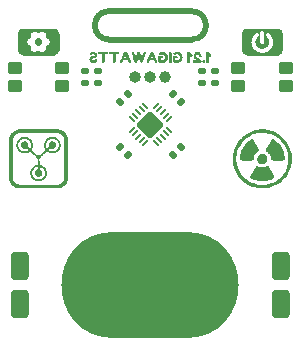
<source format=gbr>
%TF.GenerationSoftware,KiCad,Pcbnew,(6.0.7-1)-1*%
%TF.CreationDate,2022-09-29T17:50:23+03:00*%
%TF.ProjectId,Flux_Capacitor_Micro,466c7578-5f43-4617-9061-6369746f725f,3.0A*%
%TF.SameCoordinates,PX86594f8PY6db8610*%
%TF.FileFunction,Soldermask,Bot*%
%TF.FilePolarity,Negative*%
%FSLAX46Y46*%
G04 Gerber Fmt 4.6, Leading zero omitted, Abs format (unit mm)*
G04 Created by KiCad (PCBNEW (6.0.7-1)-1) date 2022-09-29 17:50:23*
%MOMM*%
%LPD*%
G01*
G04 APERTURE LIST*
G04 Aperture macros list*
%AMRoundRect*
0 Rectangle with rounded corners*
0 $1 Rounding radius*
0 $2 $3 $4 $5 $6 $7 $8 $9 X,Y pos of 4 corners*
0 Add a 4 corners polygon primitive as box body*
4,1,4,$2,$3,$4,$5,$6,$7,$8,$9,$2,$3,0*
0 Add four circle primitives for the rounded corners*
1,1,$1+$1,$2,$3*
1,1,$1+$1,$4,$5*
1,1,$1+$1,$6,$7*
1,1,$1+$1,$8,$9*
0 Add four rect primitives between the rounded corners*
20,1,$1+$1,$2,$3,$4,$5,0*
20,1,$1+$1,$4,$5,$6,$7,0*
20,1,$1+$1,$6,$7,$8,$9,0*
20,1,$1+$1,$8,$9,$2,$3,0*%
G04 Aperture macros list end*
%ADD10C,0.500000*%
%ADD11C,0.100000*%
%ADD12C,1.000000*%
%ADD13O,1.000000X1.000000*%
%ADD14RoundRect,0.135000X-0.185000X0.135000X-0.185000X-0.135000X0.185000X-0.135000X0.185000X0.135000X0*%
%ADD15RoundRect,0.250000X0.375000X0.250000X-0.375000X0.250000X-0.375000X-0.250000X0.375000X-0.250000X0*%
%ADD16RoundRect,0.300000X0.450000X0.900000X-0.450000X0.900000X-0.450000X-0.900000X0.450000X-0.900000X0*%
%ADD17O,15.000000X9.000000*%
%ADD18RoundRect,0.135000X0.226274X0.035355X0.035355X0.226274X-0.226274X-0.035355X-0.035355X-0.226274X0*%
%ADD19RoundRect,0.135000X-0.035355X0.226274X-0.226274X0.035355X0.035355X-0.226274X0.226274X-0.035355X0*%
%ADD20RoundRect,0.135000X0.185000X-0.135000X0.185000X0.135000X-0.185000X0.135000X-0.185000X-0.135000X0*%
%ADD21RoundRect,0.135000X0.035355X-0.226274X0.226274X-0.035355X-0.035355X0.226274X-0.226274X0.035355X0*%
%ADD22RoundRect,0.050000X0.212132X0.282843X-0.282843X-0.212132X-0.212132X-0.282843X0.282843X0.212132X0*%
%ADD23RoundRect,0.050000X-0.212132X0.282843X-0.282843X0.212132X0.212132X-0.282843X0.282843X-0.212132X0*%
%ADD24RoundRect,0.170000X0.000000X0.961665X-0.961665X0.000000X0.000000X-0.961665X0.961665X0.000000X0*%
G04 APERTURE END LIST*
D10*
X18000000Y31900000D02*
G75*
G03*
X18000000Y34300000I0J1200000D01*
G01*
X11000000Y34300000D02*
G75*
G03*
X11000000Y31900000I0J-1200000D01*
G01*
X11000000Y34300000D02*
X18000000Y34300000D01*
X11000000Y31900000D02*
X18000000Y31900000D01*
G36*
X23569082Y21179448D02*
G01*
X23626075Y21158708D01*
X23667612Y21139327D01*
X23761490Y21105501D01*
X23859517Y21082003D01*
X23955782Y21070073D01*
X24044377Y21070950D01*
X24122457Y21083823D01*
X24217289Y21111805D01*
X24314936Y21152699D01*
X24361401Y21171879D01*
X24413406Y21182759D01*
X24458490Y21177918D01*
X24499204Y21157422D01*
X24500742Y21156067D01*
X24513142Y21140145D01*
X24533603Y21109679D01*
X24560926Y21066726D01*
X24593910Y21013341D01*
X24631357Y20951584D01*
X24672067Y20883510D01*
X24714840Y20811176D01*
X24758476Y20736640D01*
X24801775Y20661959D01*
X24843538Y20589189D01*
X24882564Y20520389D01*
X24917655Y20457614D01*
X24947611Y20402921D01*
X24971231Y20358369D01*
X24987317Y20326013D01*
X24994667Y20307911D01*
X24997058Y20261554D01*
X24983048Y20215296D01*
X24954584Y20176303D01*
X24945765Y20168959D01*
X24914690Y20148356D01*
X24870896Y20123433D01*
X24818166Y20096109D01*
X24760283Y20068303D01*
X24701031Y20041931D01*
X24644193Y20018914D01*
X24628264Y20012923D01*
X24488868Y19967196D01*
X24346925Y19933252D01*
X24194808Y19909229D01*
X24024605Y19895982D01*
X23835382Y19899527D01*
X23648202Y19922370D01*
X23463719Y19964393D01*
X23282589Y20025479D01*
X23105467Y20105510D01*
X23065201Y20126781D01*
X23019821Y20154109D01*
X22988377Y20179329D01*
X22968266Y20205228D01*
X22956882Y20234596D01*
X22951622Y20270221D01*
X22950956Y20280352D01*
X22951049Y20291677D01*
X22952850Y20303949D01*
X22957166Y20318764D01*
X22964804Y20337720D01*
X22976570Y20362413D01*
X22993271Y20394440D01*
X23015713Y20435400D01*
X23044704Y20486889D01*
X23081049Y20550503D01*
X23125555Y20627842D01*
X23179029Y20720500D01*
X23223751Y20797777D01*
X23268441Y20874619D01*
X23309610Y20945020D01*
X23346220Y21007228D01*
X23377240Y21059495D01*
X23401634Y21100068D01*
X23418367Y21127199D01*
X23426407Y21139135D01*
X23427927Y21140814D01*
X23467523Y21170258D01*
X23515403Y21183217D01*
X23569082Y21179448D01*
G37*
G36*
X23103991Y23470158D02*
G01*
X23133286Y23463439D01*
X23164177Y23450989D01*
X23172276Y23446864D01*
X23180000Y23442391D01*
X23187733Y23436499D01*
X23196289Y23427897D01*
X23206483Y23415294D01*
X23219130Y23397399D01*
X23235046Y23372920D01*
X23255043Y23340568D01*
X23279939Y23299051D01*
X23310547Y23247078D01*
X23347682Y23183358D01*
X23392159Y23106601D01*
X23444793Y23015514D01*
X23506399Y22908808D01*
X23536223Y22857054D01*
X23576701Y22786270D01*
X23608784Y22729182D01*
X23633444Y22683872D01*
X23651648Y22648423D01*
X23664367Y22620918D01*
X23672570Y22599438D01*
X23677227Y22582066D01*
X23679308Y22566885D01*
X23679952Y22551668D01*
X23675166Y22514144D01*
X23658856Y22481168D01*
X23628709Y22449095D01*
X23582411Y22414282D01*
X23506540Y22357224D01*
X23423234Y22276289D01*
X23356419Y22186409D01*
X23305298Y22086243D01*
X23269074Y21974449D01*
X23246950Y21849687D01*
X23243632Y21822814D01*
X23235205Y21770992D01*
X23224680Y21733515D01*
X23210350Y21706724D01*
X23190512Y21686963D01*
X23163460Y21670573D01*
X23155401Y21667001D01*
X23144217Y21663650D01*
X23129025Y21660898D01*
X23108100Y21658688D01*
X23079718Y21656961D01*
X23042150Y21655659D01*
X22993674Y21654724D01*
X22932561Y21654098D01*
X22857088Y21653723D01*
X22765527Y21653540D01*
X22656154Y21653492D01*
X22569270Y21653497D01*
X22469435Y21653614D01*
X22386186Y21654026D01*
X22317839Y21654919D01*
X22262708Y21656478D01*
X22219107Y21658889D01*
X22185351Y21662337D01*
X22159754Y21667007D01*
X22140631Y21673085D01*
X22126295Y21680755D01*
X22115062Y21690204D01*
X22105246Y21701617D01*
X22095160Y21715179D01*
X22088786Y21726077D01*
X22077307Y21764696D01*
X22071411Y21818288D01*
X22070836Y21884273D01*
X22075318Y21960069D01*
X22084596Y22043097D01*
X22098407Y22130777D01*
X22116489Y22220528D01*
X22138579Y22309770D01*
X22164414Y22395923D01*
X22183991Y22451619D01*
X22244762Y22595196D01*
X22319352Y22738575D01*
X22404736Y22876250D01*
X22497886Y23002713D01*
X22512953Y23021015D01*
X22568866Y23083833D01*
X22631071Y23147143D01*
X22697421Y23209273D01*
X22765771Y23268547D01*
X22833976Y23323294D01*
X22899890Y23371840D01*
X22961367Y23412511D01*
X23016261Y23443633D01*
X23062427Y23463533D01*
X23097719Y23470539D01*
X23103991Y23470158D01*
G37*
G36*
X26470794Y21677823D02*
G01*
X26464005Y21562734D01*
X26453271Y21457684D01*
X26437861Y21356331D01*
X26417046Y21252335D01*
X26391145Y21146627D01*
X26326288Y20942114D01*
X26244215Y20745033D01*
X26145843Y20556365D01*
X26032089Y20377086D01*
X25903871Y20208174D01*
X25762105Y20050608D01*
X25607710Y19905366D01*
X25441602Y19773425D01*
X25264698Y19655765D01*
X25077916Y19553363D01*
X24882172Y19467196D01*
X24678385Y19398244D01*
X24665805Y19394631D01*
X24593716Y19375072D01*
X24523891Y19358447D01*
X24451976Y19343943D01*
X24373618Y19330744D01*
X24284462Y19318034D01*
X24180154Y19305001D01*
X24173066Y19304457D01*
X24145385Y19303592D01*
X24103058Y19303106D01*
X24049391Y19303010D01*
X23987692Y19303318D01*
X23921270Y19304041D01*
X23889684Y19304531D01*
X23807273Y19306533D01*
X23738798Y19309575D01*
X23680073Y19313944D01*
X23626914Y19319927D01*
X23575135Y19327812D01*
X23565574Y19329457D01*
X23345796Y19377209D01*
X23134002Y19442531D01*
X22930795Y19525112D01*
X22736778Y19624646D01*
X22552554Y19740825D01*
X22378725Y19873340D01*
X22215896Y20021884D01*
X22189883Y20048097D01*
X22143265Y20096415D01*
X22098528Y20144297D01*
X22059732Y20187365D01*
X22030938Y20221244D01*
X21953248Y20323369D01*
X21843631Y20489518D01*
X21745590Y20665869D01*
X21660968Y20848682D01*
X21591610Y21034216D01*
X21539357Y21218731D01*
X21529934Y21259460D01*
X21513755Y21335242D01*
X21501288Y21404830D01*
X21492100Y21472505D01*
X21485754Y21542554D01*
X21481818Y21619258D01*
X21479857Y21706902D01*
X21479476Y21800000D01*
X21773892Y21800000D01*
X21778876Y21637828D01*
X21796870Y21465071D01*
X21828734Y21297638D01*
X21875254Y21130348D01*
X21894794Y21072126D01*
X21971519Y20882241D01*
X22064473Y20702157D01*
X22172702Y20532673D01*
X22295255Y20374589D01*
X22431179Y20228706D01*
X22579522Y20095824D01*
X22739331Y19976744D01*
X22909655Y19872265D01*
X23089539Y19783187D01*
X23278033Y19710312D01*
X23474184Y19654439D01*
X23677039Y19616368D01*
X23706718Y19612695D01*
X23772311Y19606787D01*
X23847607Y19602146D01*
X23927752Y19598902D01*
X24007889Y19597185D01*
X24083162Y19597123D01*
X24148715Y19598845D01*
X24199693Y19602481D01*
X24286288Y19613773D01*
X24486038Y19653320D01*
X24680977Y19710659D01*
X24869616Y19784997D01*
X25050467Y19875541D01*
X25222042Y19981499D01*
X25382853Y20102077D01*
X25531413Y20236483D01*
X25666232Y20383924D01*
X25725007Y20457828D01*
X25841943Y20626493D01*
X25941547Y20802131D01*
X26023867Y20983590D01*
X26088952Y21169722D01*
X26136848Y21359374D01*
X26167604Y21551397D01*
X26181267Y21744641D01*
X26177886Y21937956D01*
X26157507Y22130191D01*
X26120180Y22320196D01*
X26065951Y22506821D01*
X25994869Y22688916D01*
X25906981Y22865329D01*
X25802335Y23034912D01*
X25680980Y23196513D01*
X25542962Y23348983D01*
X25446151Y23442169D01*
X25331954Y23539608D01*
X25214257Y23625611D01*
X25087728Y23704023D01*
X24947039Y23778686D01*
X24894641Y23803798D01*
X24703988Y23881560D01*
X24508662Y23940507D01*
X24309442Y23980547D01*
X24107102Y24001589D01*
X23902419Y24003541D01*
X23696169Y23986314D01*
X23489129Y23949815D01*
X23382851Y23923243D01*
X23191801Y23860410D01*
X23008598Y23780608D01*
X22834209Y23684815D01*
X22669603Y23574010D01*
X22515748Y23449171D01*
X22373612Y23311275D01*
X22244163Y23161301D01*
X22128370Y23000228D01*
X22027200Y22829032D01*
X21941621Y22648694D01*
X21872602Y22460190D01*
X21821112Y22264499D01*
X21805395Y22185782D01*
X21790517Y22093164D01*
X21780794Y22002783D01*
X21775496Y21907456D01*
X21773892Y21800000D01*
X21479476Y21800000D01*
X21479436Y21809770D01*
X21479498Y21830435D01*
X21480786Y21934550D01*
X21484041Y22024404D01*
X21489757Y22104424D01*
X21498432Y22179037D01*
X21510560Y22252672D01*
X21526637Y22329758D01*
X21547159Y22414720D01*
X21571035Y22501257D01*
X21634996Y22687422D01*
X21714999Y22872263D01*
X21809031Y23051772D01*
X21915081Y23221939D01*
X22031135Y23378757D01*
X22050839Y23402392D01*
X22100543Y23458185D01*
X22159046Y23520078D01*
X22222107Y23583833D01*
X22285487Y23645209D01*
X22344946Y23699967D01*
X22396244Y23743866D01*
X22467795Y23799354D01*
X22631366Y23910972D01*
X22806409Y24011642D01*
X22988915Y24099352D01*
X23174875Y24172090D01*
X23360281Y24227842D01*
X23437368Y24246540D01*
X23517894Y24263530D01*
X23594514Y24276282D01*
X23671905Y24285326D01*
X23754743Y24291195D01*
X23847703Y24294421D01*
X23955462Y24295536D01*
X23993585Y24295555D01*
X24081450Y24294919D01*
X24155827Y24292993D01*
X24221078Y24289407D01*
X24281569Y24283788D01*
X24341663Y24275765D01*
X24405724Y24264965D01*
X24478116Y24251018D01*
X24507972Y24244823D01*
X24710191Y24191986D01*
X24909048Y24121376D01*
X25101660Y24034278D01*
X25285141Y23931974D01*
X25456608Y23815748D01*
X25466023Y23808690D01*
X25639902Y23666056D01*
X25798488Y23511865D01*
X25941387Y23346919D01*
X26068209Y23172020D01*
X26178559Y22987973D01*
X26272047Y22795578D01*
X26348280Y22595640D01*
X26406865Y22388960D01*
X26447410Y22176342D01*
X26469523Y21958588D01*
X26472690Y21744641D01*
X26472811Y21736500D01*
X26470794Y21677823D01*
G37*
G36*
X24035755Y22233035D02*
G01*
X24120143Y22212139D01*
X24196270Y22176674D01*
X24262896Y22128510D01*
X24318785Y22069521D01*
X24362697Y22001579D01*
X24393395Y21926555D01*
X24409641Y21846321D01*
X24410196Y21762750D01*
X24393822Y21677713D01*
X24359281Y21593083D01*
X24310676Y21520190D01*
X24246557Y21457906D01*
X24169194Y21409113D01*
X24079878Y21374820D01*
X24073282Y21373081D01*
X24015725Y21364680D01*
X23943994Y21364019D01*
X23911133Y21365930D01*
X23869850Y21371306D01*
X23833907Y21381292D01*
X23794646Y21397852D01*
X23783581Y21403304D01*
X23727259Y21438528D01*
X23672708Y21483587D01*
X23625580Y21533340D01*
X23591524Y21582648D01*
X23572657Y21621534D01*
X23544780Y21708907D01*
X23535084Y21797390D01*
X23543221Y21884650D01*
X23568843Y21968351D01*
X23611600Y22046159D01*
X23671144Y22115741D01*
X23699025Y22140664D01*
X23771928Y22190680D01*
X23849463Y22222461D01*
X23933489Y22236866D01*
X23944344Y22237489D01*
X24035755Y22233035D01*
G37*
G36*
X24888117Y23462101D02*
G01*
X24900602Y23457427D01*
X24930475Y23442730D01*
X24967910Y23421659D01*
X25007639Y23397082D01*
X25007793Y23396982D01*
X25164177Y23284132D01*
X25306975Y23157767D01*
X25435515Y23018985D01*
X25549127Y22868884D01*
X25647138Y22708562D01*
X25728877Y22539117D01*
X25793673Y22361646D01*
X25840855Y22177249D01*
X25869751Y21987023D01*
X25876203Y21913374D01*
X25879003Y21845882D01*
X25876523Y21792775D01*
X25868234Y21751570D01*
X25853608Y21719784D01*
X25832115Y21694935D01*
X25803229Y21674539D01*
X25796427Y21670747D01*
X25787398Y21666641D01*
X25776303Y21663262D01*
X25761395Y21660537D01*
X25740926Y21658395D01*
X25713149Y21656763D01*
X25676316Y21655571D01*
X25628682Y21654746D01*
X25568498Y21654217D01*
X25494017Y21653912D01*
X25403493Y21653759D01*
X25295177Y21653686D01*
X25206917Y21653656D01*
X25112996Y21653697D01*
X25035460Y21653892D01*
X24972555Y21654310D01*
X24922531Y21655022D01*
X24883636Y21656098D01*
X24854118Y21657610D01*
X24832226Y21659626D01*
X24816208Y21662218D01*
X24804313Y21665456D01*
X24794790Y21669411D01*
X24785886Y21674152D01*
X24778810Y21678339D01*
X24747658Y21704478D01*
X24725901Y21739755D01*
X24712037Y21787429D01*
X24704565Y21850759D01*
X24698532Y21903372D01*
X24677669Y21995959D01*
X24645420Y22088033D01*
X24604249Y22171710D01*
X24598409Y22181415D01*
X24553712Y22243617D01*
X24497174Y22307096D01*
X24434061Y22366367D01*
X24369642Y22415947D01*
X24323560Y22451364D01*
X24288151Y22491320D01*
X24270692Y22532377D01*
X24270418Y22576462D01*
X24286567Y22625500D01*
X24289761Y22632105D01*
X24304483Y22660138D01*
X24326906Y22700904D01*
X24355788Y22752282D01*
X24389888Y22812151D01*
X24427964Y22878388D01*
X24468773Y22948873D01*
X24511074Y23021483D01*
X24553624Y23094097D01*
X24595183Y23164593D01*
X24634508Y23230850D01*
X24670356Y23290746D01*
X24701487Y23342160D01*
X24726658Y23382970D01*
X24744628Y23411054D01*
X24754153Y23424291D01*
X24755904Y23426079D01*
X24795099Y23452858D01*
X24841581Y23465546D01*
X24888117Y23462101D01*
G37*
D11*
X6725000Y31000000D02*
X6725000Y32400000D01*
X6325000Y32800000D02*
X3725000Y32800000D01*
X3325000Y32400000D02*
X3325000Y31000000D01*
X3725000Y30600000D02*
X6325000Y30600000D01*
X3725000Y32800000D02*
G75*
G03*
X3325000Y32400000I0J-400000D01*
G01*
X3325000Y31000000D02*
G75*
G03*
X3725000Y30600000I400000J0D01*
G01*
X6725000Y32400000D02*
G75*
G03*
X6325000Y32800000I-399999J1D01*
G01*
X6325000Y30600000D02*
G75*
G03*
X6725000Y31000000I1J399999D01*
G01*
G36*
X6607843Y30717157D02*
G01*
X6325000Y30600000D01*
X3725000Y30600000D01*
X3442157Y30717157D01*
X3325000Y31000000D01*
X3325000Y31708226D01*
X4088181Y31708226D01*
X4088835Y31674252D01*
X4090806Y31639781D01*
X4093937Y31606197D01*
X4098068Y31574884D01*
X4103041Y31547224D01*
X4108698Y31524602D01*
X4114880Y31508401D01*
X4120572Y31499686D01*
X4130722Y31487539D01*
X4142384Y31475893D01*
X4149406Y31469740D01*
X4156847Y31464048D01*
X4164785Y31459458D01*
X4174643Y31455399D01*
X4187844Y31451296D01*
X4205811Y31446579D01*
X4229967Y31440676D01*
X4243670Y31436957D01*
X4283562Y31421007D01*
X4319435Y31398764D01*
X4350661Y31370860D01*
X4376613Y31337925D01*
X4396666Y31300588D01*
X4410191Y31259480D01*
X4414527Y31230779D01*
X4414726Y31193834D01*
X4409869Y31154900D01*
X4400096Y31115980D01*
X4394310Y31096175D01*
X4390217Y31075227D01*
X4389847Y31057118D01*
X4393206Y31039583D01*
X4400297Y31020356D01*
X4401808Y31017089D01*
X4412056Y31001064D01*
X4427846Y30983560D01*
X4449595Y30964196D01*
X4477722Y30942591D01*
X4512646Y30918368D01*
X4526707Y30909246D01*
X4554506Y30892365D01*
X4584171Y30875578D01*
X4614041Y30859750D01*
X4642455Y30845750D01*
X4667753Y30834442D01*
X4688274Y30826695D01*
X4716028Y30821147D01*
X4744433Y30822790D01*
X4771647Y30831985D01*
X4797301Y30848603D01*
X4821028Y30872518D01*
X4821662Y30873286D01*
X4852462Y30904771D01*
X4887024Y30929921D01*
X4924557Y30948501D01*
X4964271Y30960272D01*
X5005375Y30965001D01*
X5047079Y30962451D01*
X5088592Y30952386D01*
X5095425Y30950000D01*
X5122465Y30938602D01*
X5146677Y30924564D01*
X5169556Y30906757D01*
X5192596Y30884054D01*
X5217291Y30855329D01*
X5233269Y30839745D01*
X5256003Y30825303D01*
X5270744Y30818920D01*
X5287875Y30814350D01*
X5305888Y30813021D01*
X5325717Y30815116D01*
X5348301Y30820816D01*
X5374576Y30830302D01*
X5405479Y30843757D01*
X5441947Y30861363D01*
X5443929Y30862356D01*
X5475481Y30879112D01*
X5507149Y30897571D01*
X5537910Y30917006D01*
X5566741Y30936692D01*
X5592618Y30955904D01*
X5614519Y30973915D01*
X5631420Y30990002D01*
X5642299Y31003437D01*
X5650263Y31018957D01*
X5656986Y31039234D01*
X5660406Y31059245D01*
X5659804Y31076016D01*
X5658310Y31082017D01*
X5654520Y31094985D01*
X5649298Y31111581D01*
X5643305Y31129652D01*
X5638730Y31143444D01*
X5633825Y31160398D01*
X5630952Y31175089D01*
X5629580Y31190531D01*
X5629176Y31209735D01*
X5631258Y31248533D01*
X5638900Y31285926D01*
X5652675Y31320052D01*
X5673134Y31352243D01*
X5700823Y31383832D01*
X5709291Y31392129D01*
X5736312Y31414953D01*
X5763673Y31431804D01*
X5793466Y31443806D01*
X5827784Y31452084D01*
X5851021Y31456701D01*
X5871372Y31461973D01*
X5887230Y31467970D01*
X5900345Y31475370D01*
X5912464Y31484847D01*
X5918629Y31490660D01*
X5929692Y31503894D01*
X5938680Y31519510D01*
X5945835Y31538407D01*
X5951400Y31561487D01*
X5955619Y31589652D01*
X5958734Y31623803D01*
X5960988Y31664842D01*
X5961676Y31694678D01*
X5961137Y31731197D01*
X5959261Y31767662D01*
X5956189Y31802782D01*
X5952062Y31835267D01*
X5947022Y31863826D01*
X5941211Y31887169D01*
X5934769Y31904005D01*
X5932571Y31908138D01*
X5915741Y31931473D01*
X5893947Y31949340D01*
X5866734Y31962038D01*
X5833643Y31969865D01*
X5813820Y31973651D01*
X5772415Y31986995D01*
X5734692Y32006773D01*
X5701287Y32032447D01*
X5672834Y32063481D01*
X5649967Y32099338D01*
X5633321Y32139480D01*
X5629642Y32153239D01*
X5624880Y32186397D01*
X5624423Y32222039D01*
X5628219Y32257441D01*
X5636216Y32289880D01*
X5641957Y32309247D01*
X5647032Y32339077D01*
X5646083Y32365287D01*
X5639135Y32388704D01*
X5633195Y32401019D01*
X5625568Y32413312D01*
X5615936Y32424591D01*
X5602773Y32436599D01*
X5584556Y32451079D01*
X5571311Y32460950D01*
X5540997Y32481819D01*
X5508517Y32502177D01*
X5474926Y32521505D01*
X5441276Y32539285D01*
X5408624Y32554996D01*
X5378022Y32568120D01*
X5350525Y32578137D01*
X5327188Y32584528D01*
X5309064Y32586773D01*
X5306518Y32586760D01*
X5289885Y32585698D01*
X5275106Y32582419D01*
X5260792Y32576181D01*
X5245551Y32566245D01*
X5227991Y32551870D01*
X5206724Y32532316D01*
X5195581Y32521869D01*
X5177319Y32505631D01*
X5161811Y32493374D01*
X5147453Y32483878D01*
X5132641Y32475921D01*
X5125010Y32472323D01*
X5088018Y32458714D01*
X5050899Y32451885D01*
X5011327Y32451365D01*
X4983980Y32454117D01*
X4954172Y32460569D01*
X4926423Y32471109D01*
X4899296Y32486437D01*
X4871355Y32507253D01*
X4841163Y32534257D01*
X4837883Y32537372D01*
X4816926Y32556358D01*
X4799323Y32570073D01*
X4783672Y32579194D01*
X4768571Y32584397D01*
X4752617Y32586359D01*
X4734407Y32585756D01*
X4717288Y32582915D01*
X4691606Y32575443D01*
X4661846Y32564110D01*
X4629118Y32549480D01*
X4594537Y32532116D01*
X4559214Y32512583D01*
X4524262Y32491446D01*
X4490794Y32469267D01*
X4459924Y32446612D01*
X4447475Y32436829D01*
X4430336Y32422685D01*
X4417747Y32410978D01*
X4408517Y32400437D01*
X4401455Y32389793D01*
X4395372Y32377776D01*
X4390021Y32362112D01*
X4386682Y32335888D01*
X4388680Y32307798D01*
X4396001Y32280114D01*
X4401862Y32258831D01*
X4405825Y32231383D01*
X4407279Y32201802D01*
X4406095Y32172851D01*
X4402145Y32147293D01*
X4394938Y32122885D01*
X4378124Y32085715D01*
X4355556Y32051483D01*
X4328263Y32021659D01*
X4297274Y31997710D01*
X4286782Y31991616D01*
X4269781Y31983075D01*
X4251465Y31974985D01*
X4233874Y31968178D01*
X4219046Y31963484D01*
X4209020Y31961735D01*
X4195284Y31959701D01*
X4177786Y31954008D01*
X4160002Y31945839D01*
X4144932Y31936381D01*
X4142338Y31934324D01*
X4128946Y31920663D01*
X4117775Y31903212D01*
X4108642Y31881314D01*
X4101362Y31854313D01*
X4095751Y31821550D01*
X4091625Y31782368D01*
X4088799Y31736111D01*
X4088181Y31708226D01*
X3325000Y31708226D01*
X3325000Y32400000D01*
X3442157Y32682843D01*
X3725000Y32800000D01*
X6325000Y32800000D01*
X6607843Y32682843D01*
X6725000Y32400000D01*
X6725000Y31000000D01*
X6607843Y30717157D01*
G37*
G36*
X5056412Y32010175D02*
G01*
X5101209Y32002165D01*
X5144480Y31987746D01*
X5185455Y31967084D01*
X5223364Y31940344D01*
X5257437Y31907693D01*
X5286903Y31869294D01*
X5299782Y31847761D01*
X5319099Y31804891D01*
X5331343Y31760888D01*
X5336801Y31716419D01*
X5335763Y31672153D01*
X5328516Y31628759D01*
X5315349Y31586907D01*
X5296550Y31547264D01*
X5272408Y31510501D01*
X5243211Y31477285D01*
X5209248Y31448285D01*
X5170807Y31424171D01*
X5128176Y31405611D01*
X5081644Y31393274D01*
X5065840Y31390759D01*
X5018404Y31388196D01*
X4971844Y31392842D01*
X4926902Y31404276D01*
X4884320Y31422074D01*
X4844838Y31445815D01*
X4809198Y31475078D01*
X4778141Y31509441D01*
X4752410Y31548481D01*
X4732744Y31591778D01*
X4721267Y31630851D01*
X4714129Y31678696D01*
X4714301Y31726106D01*
X4721548Y31772376D01*
X4735637Y31816800D01*
X4756331Y31858670D01*
X4783398Y31897282D01*
X4816601Y31931928D01*
X4855706Y31961903D01*
X4877369Y31974822D01*
X4920568Y31994100D01*
X4965322Y32006308D01*
X5010860Y32011611D01*
X5056412Y32010175D01*
G37*
X25675000Y31000000D02*
X25675000Y32400000D01*
X25275000Y32800000D02*
X22675000Y32800000D01*
X22275000Y32400000D02*
X22275000Y31000000D01*
X22675000Y30600000D02*
X25275000Y30600000D01*
X22675000Y32800000D02*
G75*
G03*
X22275000Y32400000I0J-400000D01*
G01*
X25675000Y32400000D02*
G75*
G03*
X25275000Y32800000I-399999J1D01*
G01*
X25275000Y30600000D02*
G75*
G03*
X25675000Y31000000I1J399999D01*
G01*
X22275000Y31000000D02*
G75*
G03*
X22675000Y30600000I400000J0D01*
G01*
G36*
X25557843Y30717157D02*
G01*
X25275000Y30600000D01*
X22675000Y30600000D01*
X22392157Y30717157D01*
X22275000Y31000000D01*
X22275000Y31715209D01*
X23058540Y31715209D01*
X23061284Y31632088D01*
X23071806Y31548263D01*
X23090099Y31463657D01*
X23103224Y31418290D01*
X23132082Y31340435D01*
X23168093Y31265645D01*
X23211111Y31194251D01*
X23227971Y31169590D01*
X23252410Y31136369D01*
X23277398Y31105844D01*
X23304905Y31075652D01*
X23336901Y31043430D01*
X23347565Y31033164D01*
X23399974Y30986665D01*
X23453332Y30946195D01*
X23509584Y30910378D01*
X23570678Y30877833D01*
X23613938Y30857858D01*
X23684246Y30830653D01*
X23755306Y30809918D01*
X23828857Y30795177D01*
X23906636Y30785955D01*
X23970596Y30783162D01*
X24051180Y30786419D01*
X24131628Y30796970D01*
X24211125Y30814589D01*
X24288857Y30839052D01*
X24364011Y30870133D01*
X24435773Y30907606D01*
X24503330Y30951247D01*
X24544664Y30982529D01*
X24608681Y31038604D01*
X24666755Y31099556D01*
X24718682Y31165061D01*
X24764261Y31234797D01*
X24803288Y31308441D01*
X24835562Y31385672D01*
X24860880Y31466165D01*
X24879039Y31549600D01*
X24881221Y31562979D01*
X24889987Y31644644D01*
X24891155Y31726737D01*
X24884845Y31808684D01*
X24871176Y31889911D01*
X24850267Y31969843D01*
X24822236Y32047905D01*
X24787202Y32123524D01*
X24745284Y32196124D01*
X24725264Y32225735D01*
X24700232Y32259224D01*
X24673196Y32292319D01*
X24645024Y32324122D01*
X24616579Y32353736D01*
X24588729Y32380264D01*
X24562339Y32402807D01*
X24538274Y32420468D01*
X24517402Y32432350D01*
X24506961Y32436617D01*
X24475363Y32444536D01*
X24441987Y32446553D01*
X24409121Y32442660D01*
X24379057Y32432848D01*
X24377960Y32432338D01*
X24354829Y32418202D01*
X24332370Y32398737D01*
X24312796Y32376142D01*
X24298323Y32352618D01*
X24292252Y32338915D01*
X24288090Y32325643D01*
X24285699Y32310861D01*
X24284364Y32291421D01*
X24284125Y32275256D01*
X24287207Y32244544D01*
X24295591Y32216706D01*
X24309850Y32190557D01*
X24330553Y32164917D01*
X24358275Y32138603D01*
X24384582Y32114486D01*
X24428896Y32065911D01*
X24434526Y32058090D01*
X24467054Y32012903D01*
X24498815Y31955995D01*
X24523938Y31895717D01*
X24542182Y31832604D01*
X24553306Y31767188D01*
X24557067Y31700000D01*
X24556799Y31681850D01*
X24551097Y31615066D01*
X24538230Y31550673D01*
X24518530Y31489075D01*
X24492327Y31430677D01*
X24459951Y31375884D01*
X24421734Y31325098D01*
X24378007Y31278724D01*
X24329099Y31237168D01*
X24275343Y31200832D01*
X24217069Y31170121D01*
X24154607Y31145439D01*
X24088288Y31127190D01*
X24087358Y31126991D01*
X24065718Y31123645D01*
X24038350Y31121262D01*
X24007180Y31119842D01*
X23974135Y31119386D01*
X23941140Y31119892D01*
X23910120Y31121362D01*
X23883002Y31123795D01*
X23861712Y31127190D01*
X23818110Y31138310D01*
X23753836Y31160929D01*
X23693631Y31189831D01*
X23637841Y31224660D01*
X23586813Y31265056D01*
X23540894Y31310662D01*
X23500431Y31361119D01*
X23465769Y31416069D01*
X23437257Y31475153D01*
X23415240Y31538013D01*
X23400066Y31604291D01*
X23398544Y31613422D01*
X23395859Y31632176D01*
X23394196Y31649717D01*
X23393438Y31668297D01*
X23393469Y31690167D01*
X23394171Y31717579D01*
X23395041Y31738049D01*
X23399222Y31786610D01*
X23406631Y31830843D01*
X23417815Y31872968D01*
X23433320Y31915207D01*
X23453692Y31959782D01*
X23465983Y31983377D01*
X23486430Y32017551D01*
X23509690Y32050403D01*
X23536770Y32083211D01*
X23544901Y32091887D01*
X23807074Y32091887D01*
X23807080Y32042452D01*
X23807141Y31993459D01*
X23807258Y31945580D01*
X23807429Y31899485D01*
X23807656Y31855842D01*
X23807938Y31815322D01*
X23808275Y31778596D01*
X23808667Y31746333D01*
X23809115Y31719202D01*
X23809618Y31697875D01*
X23810176Y31683020D01*
X23810790Y31675308D01*
X23820165Y31640490D01*
X23836166Y31609079D01*
X23858173Y31582112D01*
X23885621Y31560278D01*
X23917945Y31544270D01*
X23926253Y31541586D01*
X23944113Y31537337D01*
X23961327Y31534762D01*
X23972094Y31534162D01*
X24006287Y31537040D01*
X24038468Y31546796D01*
X24067779Y31562752D01*
X24093363Y31584233D01*
X24114361Y31610560D01*
X24129915Y31641058D01*
X24139168Y31675049D01*
X24139369Y31676681D01*
X24139971Y31686751D01*
X24140517Y31703753D01*
X24141007Y31727015D01*
X24141442Y31755869D01*
X24141822Y31789643D01*
X24142146Y31827667D01*
X24142415Y31869272D01*
X24142628Y31913787D01*
X24142786Y31960541D01*
X24142888Y32008866D01*
X24142935Y32058090D01*
X24142926Y32107543D01*
X24142862Y32156556D01*
X24142742Y32204457D01*
X24142567Y32250578D01*
X24142336Y32294247D01*
X24142050Y32334794D01*
X24141708Y32371550D01*
X24141311Y32403844D01*
X24140858Y32431006D01*
X24140350Y32452365D01*
X24139787Y32467253D01*
X24139168Y32474997D01*
X24139041Y32475762D01*
X24129483Y32510059D01*
X24113373Y32540903D01*
X24091486Y32567525D01*
X24064600Y32589153D01*
X24033490Y32605015D01*
X23998931Y32614342D01*
X23974408Y32616303D01*
X23941325Y32612748D01*
X23909977Y32602535D01*
X23881265Y32586333D01*
X23856092Y32564809D01*
X23835361Y32538633D01*
X23819973Y32508473D01*
X23810832Y32474997D01*
X23810628Y32473327D01*
X23810031Y32463233D01*
X23809489Y32446212D01*
X23809001Y32422935D01*
X23808568Y32394071D01*
X23808190Y32360292D01*
X23807867Y32322265D01*
X23807598Y32280663D01*
X23807385Y32236154D01*
X23807226Y32189408D01*
X23807122Y32141096D01*
X23807074Y32091887D01*
X23544901Y32091887D01*
X23568674Y32117252D01*
X23606407Y32153801D01*
X23631886Y32181936D01*
X23650455Y32212583D01*
X23661513Y32245039D01*
X23664991Y32279096D01*
X23660816Y32314541D01*
X23656702Y32329723D01*
X23642899Y32361152D01*
X23623615Y32388208D01*
X23599776Y32410492D01*
X23572308Y32427603D01*
X23542137Y32439142D01*
X23510189Y32444709D01*
X23477389Y32443904D01*
X23444665Y32436327D01*
X23412942Y32421578D01*
X23400296Y32412737D01*
X23383333Y32398846D01*
X23363560Y32381233D01*
X23342135Y32361020D01*
X23320217Y32339326D01*
X23298963Y32317272D01*
X23279533Y32295981D01*
X23263085Y32276572D01*
X23262471Y32275809D01*
X23212372Y32207607D01*
X23169615Y32136794D01*
X23134147Y32063283D01*
X23125446Y32042182D01*
X23097026Y31961113D01*
X23076405Y31879646D01*
X23063578Y31797703D01*
X23058540Y31715209D01*
X22275000Y31715209D01*
X22275000Y32400000D01*
X22392157Y32682843D01*
X22675000Y32800000D01*
X25275000Y32800000D01*
X25557843Y32682843D01*
X25675000Y32400000D01*
X25675000Y31000000D01*
X25557843Y30717157D01*
G37*
G36*
X18586507Y30870878D02*
G01*
X18669057Y30835953D01*
X18738625Y30777745D01*
X18791189Y30704861D01*
X18822727Y30625909D01*
X18833240Y30540890D01*
X18826890Y30476120D01*
X18792283Y30439925D01*
X18721480Y30427860D01*
X18656710Y30435480D01*
X18622420Y30458340D01*
X18610355Y30490090D01*
X18608450Y30532000D01*
X18608450Y30539620D01*
X18603370Y30568830D01*
X18569715Y30627885D01*
X18499230Y30657730D01*
X18435730Y30646300D01*
X18402075Y30621535D01*
X18382390Y30587245D01*
X18373500Y30554860D01*
X18385406Y30499298D01*
X18421125Y30446910D01*
X18473671Y30398809D01*
X18536060Y30356105D01*
X18603370Y30315782D01*
X18670680Y30274825D01*
X18733069Y30229422D01*
X18785615Y30175765D01*
X18821334Y30115281D01*
X18833240Y30049400D01*
X18800220Y29969390D01*
X18721480Y29935100D01*
X18224910Y29935100D01*
X18146170Y29950340D01*
X18118865Y29983360D01*
X18110610Y30047495D01*
X18118230Y30112265D01*
X18148075Y30149095D01*
X18222370Y30161160D01*
X18454780Y30161160D01*
X18454780Y30167510D01*
X18423030Y30180210D01*
X18344290Y30223072D01*
X18255390Y30293240D01*
X18214115Y30338960D01*
X18179190Y30397380D01*
X18155378Y30464055D01*
X18147440Y30534540D01*
X18158023Y30621817D01*
X18189773Y30702462D01*
X18242690Y30776475D01*
X18312611Y30835389D01*
X18395372Y30870737D01*
X18490975Y30882520D01*
X18586507Y30870878D01*
G37*
G36*
X12386720Y30868550D02*
G01*
X12447045Y30850770D01*
X12489590Y30803780D01*
X12832490Y30093850D01*
X12854080Y30029080D01*
X12835665Y29985900D01*
X12780420Y29947800D01*
X12712475Y29926210D01*
X12671835Y29938275D01*
X12648975Y29961770D01*
X12629290Y29998600D01*
X12563250Y30135760D01*
X12211460Y30135760D01*
X12145420Y29998600D01*
X12125735Y29960500D01*
X12102875Y29936370D01*
X12062235Y29924940D01*
X11994290Y29946530D01*
X11939045Y29985582D01*
X11920630Y30029080D01*
X11942220Y30093850D01*
X12053447Y30323720D01*
X12302900Y30323720D01*
X12471810Y30323720D01*
X12387990Y30497710D01*
X12302900Y30323720D01*
X12053447Y30323720D01*
X12285120Y30802510D01*
X12327030Y30852040D01*
X12386720Y30868550D01*
G37*
G36*
X9775671Y30874547D02*
G01*
X9851236Y30846819D01*
X9913395Y30800605D01*
X9959609Y30741973D01*
X9987337Y30676992D01*
X9996580Y30605660D01*
X9988484Y30530254D01*
X9964195Y30466595D01*
X9927841Y30416589D01*
X9883550Y30382140D01*
X9833385Y30357216D01*
X9779410Y30335785D01*
X9725435Y30318799D01*
X9675270Y30307210D01*
X9594625Y30278635D01*
X9562240Y30229740D01*
X9575363Y30176118D01*
X9614733Y30143944D01*
X9680350Y30133220D01*
X9741310Y30152905D01*
X9792110Y30194180D01*
X9848625Y30241805D01*
X9891170Y30257680D01*
X9958480Y30227200D01*
X9999437Y30179099D01*
X10013090Y30141475D01*
X9980070Y30068450D01*
X9968640Y30054480D01*
X9931810Y30015745D01*
X9874660Y29975740D01*
X9788300Y29939545D01*
X9733372Y29928591D01*
X9675270Y29924940D01*
X9598929Y29932419D01*
X9525692Y29954856D01*
X9455560Y29992250D01*
X9407300Y30033684D01*
X9369200Y30089405D01*
X9344435Y30157191D01*
X9336180Y30234820D01*
X9344276Y30310861D01*
X9368565Y30373885D01*
X9404919Y30421986D01*
X9449210Y30453260D01*
X9499692Y30474374D01*
X9554620Y30491995D01*
X9609547Y30505806D01*
X9660030Y30515490D01*
X9740675Y30544700D01*
X9773060Y30601215D01*
X9745755Y30655825D01*
X9677175Y30675510D01*
X9609230Y30659000D01*
X9589545Y30642490D01*
X9574940Y30629790D01*
X9508900Y30604390D01*
X9463815Y30620265D01*
X9420000Y30667890D01*
X9389520Y30737740D01*
X9428890Y30799970D01*
X9460640Y30824100D01*
X9547635Y30864105D01*
X9613834Y30878869D01*
X9686700Y30883790D01*
X9775671Y30874547D01*
G37*
G36*
X19086764Y30164335D02*
G01*
X19120260Y30135760D01*
X19132325Y30101470D01*
X19134230Y30057020D01*
X19134230Y30051940D01*
X19109465Y29960500D01*
X19071683Y29942402D01*
X19007865Y29936370D01*
X18945476Y29945577D01*
X18911980Y29973200D01*
X18898645Y30008125D01*
X18896740Y30053210D01*
X18896740Y30058290D01*
X18918330Y30147190D01*
X18959446Y30167192D01*
X19024375Y30173860D01*
X19086764Y30164335D01*
G37*
G36*
X19406010Y30836800D02*
G01*
X19409820Y30834260D01*
X19618100Y30646300D01*
X19663820Y30571370D01*
X19623815Y30492630D01*
X19546980Y30448180D01*
X19458080Y30487550D01*
X19441570Y30502790D01*
X19441570Y30049400D01*
X19439665Y30003045D01*
X19427600Y29968120D01*
X19393628Y29943355D01*
X19329810Y29935100D01*
X19264405Y29943672D01*
X19230750Y29969390D01*
X19218685Y30003045D01*
X19216780Y30046860D01*
X19216780Y30754250D01*
X19223130Y30821560D01*
X19240910Y30848865D01*
X19273930Y30863470D01*
X19334255Y30869820D01*
X19406010Y30836800D01*
G37*
G36*
X14627000Y30868550D02*
G01*
X14687325Y30850770D01*
X14729870Y30803780D01*
X15072770Y30093850D01*
X15094360Y30029080D01*
X15075945Y29985900D01*
X15020700Y29947800D01*
X14952755Y29926210D01*
X14912115Y29938275D01*
X14889255Y29961770D01*
X14869570Y29998600D01*
X14803530Y30135760D01*
X14451740Y30135760D01*
X14385700Y29998600D01*
X14366015Y29960500D01*
X14343155Y29936370D01*
X14302515Y29924940D01*
X14234570Y29946530D01*
X14179325Y29985582D01*
X14160910Y30029080D01*
X14182500Y30093850D01*
X14293727Y30323720D01*
X14543180Y30323720D01*
X14712090Y30323720D01*
X14628270Y30497710D01*
X14543180Y30323720D01*
X14293727Y30323720D01*
X14525400Y30802510D01*
X14567310Y30852040D01*
X14627000Y30868550D01*
G37*
G36*
X16248155Y30859978D02*
G01*
X16281810Y30834260D01*
X16293875Y30800605D01*
X16295780Y30756790D01*
X16295780Y30050670D01*
X16288160Y29985900D01*
X16254505Y29949705D01*
X16184020Y29937640D01*
X16118615Y29946212D01*
X16084960Y29971930D01*
X16072895Y30004950D01*
X16070990Y30049400D01*
X16070990Y30755520D01*
X16077340Y30821560D01*
X16111948Y30856803D01*
X16182750Y30868550D01*
X16248155Y30859978D01*
G37*
G36*
X17814700Y30836800D02*
G01*
X17818510Y30834260D01*
X18026790Y30646300D01*
X18072510Y30571370D01*
X18032505Y30492630D01*
X17955670Y30448180D01*
X17866770Y30487550D01*
X17850260Y30502790D01*
X17850260Y30049400D01*
X17848355Y30003045D01*
X17836290Y29968120D01*
X17802318Y29943355D01*
X17738500Y29935100D01*
X17673095Y29943672D01*
X17639440Y29969390D01*
X17627375Y30003045D01*
X17625470Y30046860D01*
X17625470Y30754250D01*
X17631820Y30821560D01*
X17649600Y30848865D01*
X17682620Y30863470D01*
X17742945Y30869820D01*
X17814700Y30836800D01*
G37*
G36*
X11854590Y30858390D02*
G01*
X11876180Y30831085D01*
X11882530Y30778380D01*
X11876180Y30725040D01*
X11850780Y30695195D01*
X11791090Y30685670D01*
X11547250Y30685670D01*
X11547250Y30048130D01*
X11545345Y30004315D01*
X11533915Y29971295D01*
X11500895Y29945260D01*
X11438030Y29937640D01*
X11374530Y29945260D01*
X11340875Y29971295D01*
X11329445Y30003680D01*
X11327540Y30046860D01*
X11327540Y30685670D01*
X11084970Y30685670D01*
X11020200Y30697100D01*
X10998610Y30724405D01*
X10992260Y30777110D01*
X10998610Y30830450D01*
X11024010Y30860295D01*
X11083700Y30869820D01*
X11789820Y30869820D01*
X11854590Y30858390D01*
G37*
G36*
X15604265Y30876607D02*
G01*
X15691260Y30851246D01*
X15771905Y30808979D01*
X15846200Y30749805D01*
X15908430Y30678010D01*
X15952880Y30597881D01*
X15979550Y30509418D01*
X15988440Y30412620D01*
X15979709Y30315346D01*
X15953515Y30225454D01*
X15909859Y30142943D01*
X15848740Y30067815D01*
X15775794Y30005307D01*
X15696658Y29960659D01*
X15611329Y29933870D01*
X15519810Y29924940D01*
X15419798Y29931846D01*
X15333120Y29952562D01*
X15259778Y29987091D01*
X15199770Y30035430D01*
X15164210Y30112900D01*
X15164210Y30392300D01*
X15176910Y30463420D01*
X15260730Y30498980D01*
X15484250Y30498980D01*
X15545210Y30487550D01*
X15566165Y30459610D01*
X15571880Y30405635D01*
X15566800Y30352295D01*
X15545210Y30322450D01*
X15489330Y30312290D01*
X15389000Y30312290D01*
X15389000Y30173860D01*
X15448373Y30156715D01*
X15514730Y30151000D01*
X15606170Y30170209D01*
X15687450Y30227835D01*
X15729783Y30282727D01*
X15755183Y30344957D01*
X15763650Y30414525D01*
X15744918Y30513903D01*
X15688720Y30592325D01*
X15608393Y30643284D01*
X15517270Y30660270D01*
X15448690Y30651539D01*
X15390270Y30625345D01*
X15312800Y30590420D01*
X15269938Y30607248D01*
X15222630Y30657730D01*
X15193420Y30729485D01*
X15227710Y30786000D01*
X15318444Y30841033D01*
X15412848Y30874053D01*
X15510920Y30885060D01*
X15604265Y30876607D01*
G37*
G36*
X10926220Y30858390D02*
G01*
X10947810Y30831085D01*
X10954160Y30778380D01*
X10947810Y30725040D01*
X10922410Y30695195D01*
X10862720Y30685670D01*
X10618880Y30685670D01*
X10618880Y30048130D01*
X10616975Y30004315D01*
X10605545Y29971295D01*
X10572525Y29945260D01*
X10509660Y29937640D01*
X10446160Y29945260D01*
X10412505Y29971295D01*
X10401075Y30003680D01*
X10399170Y30046860D01*
X10399170Y30685670D01*
X10156600Y30685670D01*
X10091830Y30697100D01*
X10070240Y30724405D01*
X10063890Y30777110D01*
X10070240Y30830450D01*
X10095640Y30860295D01*
X10155330Y30869820D01*
X10861450Y30869820D01*
X10926220Y30858390D01*
G37*
G36*
X16837435Y30876607D02*
G01*
X16924430Y30851246D01*
X17005075Y30808979D01*
X17079370Y30749805D01*
X17141600Y30678010D01*
X17186050Y30597881D01*
X17212720Y30509418D01*
X17221610Y30412620D01*
X17212879Y30315346D01*
X17186685Y30225454D01*
X17143029Y30142943D01*
X17081910Y30067815D01*
X17008964Y30005307D01*
X16929828Y29960659D01*
X16844499Y29933870D01*
X16752980Y29924940D01*
X16652968Y29931846D01*
X16566290Y29952562D01*
X16492948Y29987091D01*
X16432940Y30035430D01*
X16397380Y30112900D01*
X16397380Y30392300D01*
X16410080Y30463420D01*
X16493900Y30498980D01*
X16717420Y30498980D01*
X16778380Y30487550D01*
X16799335Y30459610D01*
X16805050Y30405635D01*
X16799970Y30352295D01*
X16778380Y30322450D01*
X16722500Y30312290D01*
X16622170Y30312290D01*
X16622170Y30173860D01*
X16681543Y30156715D01*
X16747900Y30151000D01*
X16839340Y30170209D01*
X16920620Y30227835D01*
X16962953Y30282727D01*
X16988353Y30344957D01*
X16996820Y30414525D01*
X16978088Y30513903D01*
X16921890Y30592325D01*
X16841563Y30643284D01*
X16750440Y30660270D01*
X16681860Y30651539D01*
X16623440Y30625345D01*
X16545970Y30590420D01*
X16503108Y30607248D01*
X16455800Y30657730D01*
X16426590Y30729485D01*
X16460880Y30786000D01*
X16551614Y30841033D01*
X16646018Y30874053D01*
X16744090Y30885060D01*
X16837435Y30876607D01*
G37*
G36*
X13079505Y30862835D02*
G01*
X13103000Y30835530D01*
X13119510Y30792350D01*
X13259210Y30365630D01*
X13405260Y30806320D01*
X13440820Y30847595D01*
X13501145Y30868550D01*
X13553850Y30859660D01*
X13593537Y30831085D01*
X13618620Y30786000D01*
X13757050Y30368170D01*
X13896750Y30792350D01*
X13925325Y30854580D01*
X13971045Y30874900D01*
X14037720Y30862200D01*
X14101537Y30827593D01*
X14122810Y30782190D01*
X14108840Y30719960D01*
X13863730Y30015110D01*
X13854840Y29996060D01*
X13819915Y29957960D01*
X13753240Y29938910D01*
X13683390Y29968120D01*
X13663070Y29993520D01*
X13651640Y30015110D01*
X13645087Y30034516D01*
X13627459Y30086636D01*
X13598757Y30171472D01*
X13558981Y30289024D01*
X13508130Y30439290D01*
X13359540Y30001140D01*
X13323345Y29959865D01*
X13258575Y29938910D01*
X13193805Y29959865D01*
X13160150Y29993520D01*
X13151260Y30015110D01*
X12907420Y30719960D01*
X12892180Y30782190D01*
X12913452Y30827910D01*
X12977270Y30863470D01*
X13036960Y30876170D01*
X13079505Y30862835D01*
G37*
G36*
X7524245Y21850045D02*
G01*
X7524238Y21747602D01*
X7524214Y21645479D01*
X7524174Y21544080D01*
X7524117Y21443806D01*
X7524043Y21345062D01*
X7523953Y21248251D01*
X7523845Y21153776D01*
X7523721Y21062039D01*
X7523581Y20973445D01*
X7523423Y20888396D01*
X7523249Y20807295D01*
X7523058Y20730546D01*
X7522850Y20658552D01*
X7522625Y20591716D01*
X7522384Y20530442D01*
X7522125Y20475131D01*
X7521850Y20426188D01*
X7521559Y20384016D01*
X7521250Y20349018D01*
X7520924Y20321596D01*
X7520278Y20277353D01*
X7519326Y20220131D01*
X7518238Y20169830D01*
X7516894Y20125722D01*
X7515173Y20087077D01*
X7512953Y20053167D01*
X7510115Y20023263D01*
X7506538Y19996637D01*
X7502099Y19972559D01*
X7496680Y19950302D01*
X7490158Y19929135D01*
X7482413Y19908331D01*
X7473325Y19887160D01*
X7462772Y19864895D01*
X7450633Y19840806D01*
X7436788Y19814164D01*
X7417501Y19778711D01*
X7371539Y19704366D01*
X7321262Y19636481D01*
X7266065Y19574412D01*
X7205345Y19517514D01*
X7138498Y19465140D01*
X7064920Y19416646D01*
X7062235Y19415024D01*
X7001135Y19381095D01*
X6939938Y19353181D01*
X6876142Y19330259D01*
X6807242Y19311305D01*
X6806512Y19311156D01*
X6797291Y19310243D01*
X6780120Y19309358D01*
X6755181Y19308505D01*
X6722651Y19307685D01*
X6682711Y19306904D01*
X6635539Y19306164D01*
X6581314Y19305469D01*
X6520216Y19304824D01*
X6452425Y19304230D01*
X6417251Y19303974D01*
X6368203Y19303679D01*
X6313382Y19303406D01*
X6253129Y19303157D01*
X6187783Y19302929D01*
X6117684Y19302724D01*
X6043172Y19302541D01*
X5964585Y19302379D01*
X5882265Y19302239D01*
X5796550Y19302119D01*
X5707781Y19302019D01*
X5616297Y19301939D01*
X5522438Y19301879D01*
X5426543Y19301839D01*
X5328953Y19301817D01*
X5230008Y19301814D01*
X5130046Y19301830D01*
X5029407Y19301863D01*
X4928432Y19301914D01*
X4827460Y19301982D01*
X4726831Y19302066D01*
X4626884Y19302168D01*
X4527960Y19302285D01*
X4430398Y19302419D01*
X4334537Y19302568D01*
X4240718Y19302732D01*
X4149280Y19302911D01*
X4060563Y19303104D01*
X3974907Y19303311D01*
X3892651Y19303532D01*
X3814136Y19303766D01*
X3739700Y19304014D01*
X3669684Y19304274D01*
X3604427Y19304546D01*
X3544269Y19304831D01*
X3489550Y19305127D01*
X3440610Y19305434D01*
X3397788Y19305752D01*
X3361424Y19306081D01*
X3331858Y19306420D01*
X3309429Y19306768D01*
X3294478Y19307127D01*
X3287343Y19307494D01*
X3262484Y19310942D01*
X3232871Y19316627D01*
X3203060Y19324378D01*
X3170731Y19334813D01*
X3133569Y19348551D01*
X3063389Y19379223D01*
X2988839Y19419982D01*
X2917802Y19467498D01*
X2850836Y19521235D01*
X2788501Y19580654D01*
X2731355Y19645219D01*
X2679958Y19714393D01*
X2634868Y19787640D01*
X2596643Y19864421D01*
X2596445Y19864870D01*
X2579256Y19905826D01*
X2565450Y19943715D01*
X2554614Y19980401D01*
X2546334Y20017744D01*
X2540197Y20057608D01*
X2535788Y20101854D01*
X2532694Y20152345D01*
X2532514Y20156876D01*
X2532088Y20173336D01*
X2531673Y20197430D01*
X2531267Y20228788D01*
X2530873Y20267042D01*
X2530489Y20311823D01*
X2530118Y20362762D01*
X2529758Y20419491D01*
X2529412Y20481640D01*
X2529079Y20548840D01*
X2528759Y20620723D01*
X2528454Y20696920D01*
X2528164Y20777062D01*
X2527889Y20860780D01*
X2527630Y20947705D01*
X2527388Y21037468D01*
X2527162Y21129701D01*
X2526954Y21224035D01*
X2526763Y21320100D01*
X2526591Y21417529D01*
X2526552Y21442379D01*
X2843967Y21442379D01*
X2843996Y21353175D01*
X2844071Y21266442D01*
X2844195Y21182543D01*
X2844368Y21101840D01*
X2844592Y21024693D01*
X2844868Y20951464D01*
X2845198Y20882515D01*
X2845583Y20818207D01*
X2846024Y20758902D01*
X2846523Y20704962D01*
X2846998Y20659526D01*
X2847868Y20579806D01*
X2848722Y20507584D01*
X2849583Y20442429D01*
X2850473Y20383912D01*
X2851414Y20331603D01*
X2852429Y20285070D01*
X2853539Y20243884D01*
X2854767Y20207615D01*
X2856135Y20175831D01*
X2857666Y20148103D01*
X2859381Y20124000D01*
X2861303Y20103093D01*
X2863454Y20084950D01*
X2865856Y20069141D01*
X2868532Y20055237D01*
X2871503Y20042806D01*
X2874792Y20031419D01*
X2878421Y20020645D01*
X2882413Y20010053D01*
X2887791Y19997195D01*
X2901887Y19967746D01*
X2918765Y19936540D01*
X2936756Y19906579D01*
X2954192Y19880867D01*
X2955376Y19879273D01*
X2971262Y19859670D01*
X2991708Y19836862D01*
X3015319Y19812203D01*
X3040698Y19787045D01*
X3066448Y19762744D01*
X3091173Y19740653D01*
X3113476Y19722126D01*
X3131960Y19708517D01*
X3153655Y19694503D01*
X3184617Y19676256D01*
X3214489Y19661242D01*
X3244588Y19649079D01*
X3276232Y19639382D01*
X3310741Y19631769D01*
X3349432Y19625855D01*
X3393625Y19621258D01*
X3444638Y19617594D01*
X3452276Y19617281D01*
X3469091Y19616887D01*
X3493410Y19616503D01*
X3524869Y19616131D01*
X3563099Y19615770D01*
X3607735Y19615422D01*
X3658409Y19615086D01*
X3714755Y19614763D01*
X3776406Y19614454D01*
X3842996Y19614159D01*
X3914156Y19613878D01*
X3989522Y19613612D01*
X4068725Y19613361D01*
X4151400Y19613127D01*
X4237179Y19612908D01*
X4325696Y19612706D01*
X4416583Y19612521D01*
X4509475Y19612354D01*
X4604004Y19612205D01*
X4699804Y19612074D01*
X4796508Y19611963D01*
X4893749Y19611871D01*
X4991161Y19611798D01*
X5088376Y19611746D01*
X5185028Y19611715D01*
X5280750Y19611705D01*
X5375175Y19611716D01*
X5467937Y19611750D01*
X5558669Y19611806D01*
X5647004Y19611886D01*
X5732576Y19611989D01*
X5815017Y19612115D01*
X5893960Y19612267D01*
X5969040Y19612443D01*
X6039890Y19612644D01*
X6106141Y19612871D01*
X6167429Y19613124D01*
X6223386Y19613404D01*
X6273645Y19613711D01*
X6317839Y19614046D01*
X6353312Y19614355D01*
X6414149Y19614936D01*
X6467755Y19615541D01*
X6514732Y19616198D01*
X6555684Y19616934D01*
X6591216Y19617778D01*
X6621931Y19618757D01*
X6648432Y19619899D01*
X6671324Y19621232D01*
X6691211Y19622785D01*
X6708695Y19624585D01*
X6724381Y19626659D01*
X6738873Y19629037D01*
X6752775Y19631746D01*
X6766689Y19634813D01*
X6788886Y19641339D01*
X6815819Y19651487D01*
X6845186Y19664229D01*
X6874822Y19678572D01*
X6902561Y19693520D01*
X6926237Y19708080D01*
X6944260Y19720690D01*
X6992309Y19759233D01*
X7038461Y19803147D01*
X7080722Y19850436D01*
X7117097Y19899104D01*
X7125569Y19912329D01*
X7140458Y19938181D01*
X7155038Y19966351D01*
X7168222Y19994585D01*
X7178923Y20020629D01*
X7186057Y20042229D01*
X7186107Y20042417D01*
X7188449Y20051438D01*
X7190644Y20060613D01*
X7192698Y20070217D01*
X7194615Y20080526D01*
X7196400Y20091816D01*
X7198060Y20104364D01*
X7199599Y20118445D01*
X7201023Y20134336D01*
X7202336Y20152311D01*
X7203545Y20172648D01*
X7204653Y20195622D01*
X7205667Y20221509D01*
X7206592Y20250585D01*
X7207433Y20283127D01*
X7208195Y20319409D01*
X7208883Y20359709D01*
X7209503Y20404301D01*
X7210060Y20453463D01*
X7210559Y20507470D01*
X7211005Y20566597D01*
X7211404Y20631122D01*
X7211761Y20701319D01*
X7212081Y20777466D01*
X7212369Y20859837D01*
X7212631Y20948709D01*
X7212871Y21044358D01*
X7213096Y21147060D01*
X7213309Y21257090D01*
X7213518Y21374725D01*
X7213726Y21500241D01*
X7213863Y21592804D01*
X7214029Y21739162D01*
X7214124Y21880824D01*
X7214151Y22017624D01*
X7214108Y22149398D01*
X7213999Y22275980D01*
X7213823Y22397207D01*
X7213581Y22512913D01*
X7213275Y22622934D01*
X7212904Y22727105D01*
X7212471Y22825261D01*
X7211977Y22917237D01*
X7211421Y23002869D01*
X7210805Y23081992D01*
X7210130Y23154441D01*
X7209396Y23220051D01*
X7208605Y23278659D01*
X7207758Y23330098D01*
X7206856Y23374204D01*
X7205899Y23410813D01*
X7204888Y23439759D01*
X7203824Y23460879D01*
X7202709Y23474006D01*
X7196958Y23504918D01*
X7185807Y23543741D01*
X7170467Y23584906D01*
X7151718Y23626540D01*
X7130340Y23666767D01*
X7107113Y23703716D01*
X7105823Y23705572D01*
X7086458Y23730880D01*
X7062273Y23758888D01*
X7035018Y23787808D01*
X7006443Y23815846D01*
X6978298Y23841213D01*
X6952334Y23862116D01*
X6926728Y23879722D01*
X6891526Y23900811D01*
X6853733Y23920746D01*
X6816190Y23938047D01*
X6781735Y23951228D01*
X6776762Y23952784D01*
X6755950Y23958062D01*
X6732418Y23962635D01*
X6710364Y23965656D01*
X6699026Y23966619D01*
X6680691Y23967780D01*
X6657829Y23968867D01*
X6630275Y23969883D01*
X6597864Y23970828D01*
X6560431Y23971703D01*
X6517811Y23972509D01*
X6469839Y23973246D01*
X6416350Y23973917D01*
X6357179Y23974522D01*
X6292161Y23975062D01*
X6221131Y23975537D01*
X6143924Y23975949D01*
X6060375Y23976299D01*
X5970320Y23976588D01*
X5873592Y23976817D01*
X5770028Y23976986D01*
X5659462Y23977097D01*
X5541730Y23977150D01*
X5416665Y23977147D01*
X5284105Y23977088D01*
X5143882Y23976975D01*
X4995833Y23976809D01*
X4839792Y23976590D01*
X4783161Y23976502D01*
X4654305Y23976293D01*
X4533252Y23976082D01*
X4419751Y23975866D01*
X4313553Y23975641D01*
X4214409Y23975405D01*
X4122068Y23975155D01*
X4036281Y23974888D01*
X3956798Y23974601D01*
X3883370Y23974292D01*
X3815748Y23973957D01*
X3753681Y23973594D01*
X3696921Y23973200D01*
X3645217Y23972771D01*
X3598320Y23972306D01*
X3555980Y23971801D01*
X3517948Y23971253D01*
X3483974Y23970660D01*
X3453808Y23970018D01*
X3427202Y23969325D01*
X3403904Y23968578D01*
X3383667Y23967774D01*
X3366239Y23966910D01*
X3351372Y23965984D01*
X3338817Y23964991D01*
X3328322Y23963931D01*
X3319639Y23962799D01*
X3312518Y23961593D01*
X3306710Y23960310D01*
X3301965Y23958947D01*
X3243464Y23937430D01*
X3180403Y23907711D01*
X3122651Y23872686D01*
X3069331Y23831815D01*
X3019569Y23784557D01*
X2985494Y23745872D01*
X2947884Y23695009D01*
X2915594Y23641627D01*
X2889256Y23586912D01*
X2869500Y23532055D01*
X2856957Y23478244D01*
X2856665Y23475827D01*
X2855934Y23464198D01*
X2855212Y23444916D01*
X2854500Y23418345D01*
X2853799Y23384846D01*
X2853112Y23344779D01*
X2852438Y23298508D01*
X2851780Y23246392D01*
X2851140Y23188795D01*
X2850517Y23126077D01*
X2849914Y23058599D01*
X2849332Y22986725D01*
X2848772Y22910814D01*
X2848236Y22831229D01*
X2847725Y22748331D01*
X2847241Y22662481D01*
X2846784Y22574042D01*
X2846356Y22483375D01*
X2845959Y22390841D01*
X2845594Y22296802D01*
X2845262Y22201620D01*
X2844965Y22105655D01*
X2844704Y22009270D01*
X2844480Y21912826D01*
X2844294Y21816685D01*
X2844149Y21721209D01*
X2844045Y21626757D01*
X2843984Y21533694D01*
X2843967Y21442379D01*
X2526552Y21442379D01*
X2526438Y21515951D01*
X2526305Y21614999D01*
X2526191Y21714303D01*
X2526098Y21813494D01*
X2526026Y21912204D01*
X2525976Y22010064D01*
X2525947Y22106704D01*
X2525941Y22201757D01*
X2525958Y22294853D01*
X2525999Y22385623D01*
X2526064Y22473698D01*
X2526153Y22558710D01*
X2526267Y22640290D01*
X2526407Y22718069D01*
X2526574Y22791677D01*
X2526767Y22860747D01*
X2526987Y22924909D01*
X2527234Y22983794D01*
X2527510Y23037034D01*
X2527815Y23084259D01*
X2528148Y23125101D01*
X2528512Y23159192D01*
X2528901Y23190564D01*
X2529648Y23249628D01*
X2530329Y23301348D01*
X2530964Y23346273D01*
X2531570Y23384951D01*
X2532165Y23417929D01*
X2532767Y23445756D01*
X2533394Y23468980D01*
X2534063Y23488147D01*
X2534794Y23503807D01*
X2535604Y23516508D01*
X2536510Y23526797D01*
X2537530Y23535221D01*
X2538684Y23542330D01*
X2539988Y23548671D01*
X2541460Y23554792D01*
X2557945Y23614722D01*
X2582561Y23688093D01*
X2610708Y23755454D01*
X2642787Y23817739D01*
X2679199Y23875883D01*
X2684039Y23882874D01*
X2739004Y23954832D01*
X2799051Y24020703D01*
X2863866Y24080266D01*
X2933137Y24133301D01*
X3006549Y24179588D01*
X3083790Y24218907D01*
X3164546Y24251038D01*
X3248504Y24275761D01*
X3254543Y24277249D01*
X3261744Y24279017D01*
X3268776Y24280681D01*
X3275883Y24282245D01*
X3283312Y24283712D01*
X3291305Y24285085D01*
X3300110Y24286367D01*
X3309969Y24287560D01*
X3321129Y24288668D01*
X3333834Y24289694D01*
X3348328Y24290642D01*
X3364858Y24291513D01*
X3383667Y24292310D01*
X3405001Y24293038D01*
X3429104Y24293699D01*
X3456222Y24294296D01*
X3486598Y24294832D01*
X3520479Y24295310D01*
X3558109Y24295732D01*
X3599732Y24296103D01*
X3645595Y24296425D01*
X3695940Y24296701D01*
X3751015Y24296934D01*
X3811062Y24297127D01*
X3876328Y24297283D01*
X3947057Y24297406D01*
X4023494Y24297497D01*
X4105883Y24297561D01*
X4194470Y24297599D01*
X4289500Y24297616D01*
X4391218Y24297614D01*
X4499867Y24297597D01*
X4615694Y24297566D01*
X4738943Y24297526D01*
X4869859Y24297479D01*
X5008687Y24297428D01*
X5119781Y24297386D01*
X5254640Y24297330D01*
X5381771Y24297269D01*
X5501411Y24297200D01*
X5613802Y24297120D01*
X5719183Y24297029D01*
X5817793Y24296922D01*
X5909872Y24296798D01*
X5995661Y24296654D01*
X6075398Y24296489D01*
X6149324Y24296299D01*
X6217679Y24296082D01*
X6280701Y24295837D01*
X6338631Y24295559D01*
X6391708Y24295248D01*
X6440173Y24294901D01*
X6484264Y24294516D01*
X6524222Y24294089D01*
X6560287Y24293619D01*
X6592698Y24293103D01*
X6621695Y24292540D01*
X6647517Y24291926D01*
X6670405Y24291259D01*
X6690597Y24290537D01*
X6708335Y24289758D01*
X6723857Y24288919D01*
X6737403Y24288017D01*
X6749214Y24287051D01*
X6759528Y24286018D01*
X6768586Y24284916D01*
X6776626Y24283742D01*
X6783890Y24282494D01*
X6790617Y24281169D01*
X6797046Y24279766D01*
X6847634Y24266612D01*
X6925347Y24239987D01*
X7001980Y24206054D01*
X7076454Y24165311D01*
X7147692Y24118253D01*
X7151084Y24115772D01*
X7177273Y24095027D01*
X7206522Y24069555D01*
X7237231Y24040931D01*
X7267798Y24010731D01*
X7296622Y23980531D01*
X7322101Y23951906D01*
X7342634Y23926432D01*
X7381623Y23870906D01*
X7419426Y23809016D01*
X7452063Y23746480D01*
X7478808Y23684696D01*
X7498935Y23625065D01*
X7502944Y23610749D01*
X7506390Y23597460D01*
X7509271Y23584578D01*
X7511654Y23571248D01*
X7513607Y23556613D01*
X7515197Y23539817D01*
X7516491Y23520003D01*
X7517556Y23496316D01*
X7518460Y23467898D01*
X7519269Y23433893D01*
X7520053Y23393445D01*
X7520876Y23345697D01*
X7520884Y23345199D01*
X7521210Y23321024D01*
X7521519Y23289105D01*
X7521812Y23249846D01*
X7522088Y23203650D01*
X7522348Y23150920D01*
X7522591Y23092059D01*
X7522817Y23027470D01*
X7523027Y22957557D01*
X7523220Y22882723D01*
X7523396Y22803370D01*
X7523556Y22719903D01*
X7523699Y22632723D01*
X7523826Y22542235D01*
X7523936Y22448842D01*
X7524029Y22352946D01*
X7524106Y22254951D01*
X7524165Y22155261D01*
X7524209Y22054277D01*
X7524218Y22017624D01*
X7524235Y21952404D01*
X7524245Y21850045D01*
G37*
G36*
X6903204Y22896961D02*
G01*
X6899384Y22864451D01*
X6897993Y22855996D01*
X6881193Y22780420D01*
X6857304Y22708591D01*
X6826626Y22640842D01*
X6789460Y22577502D01*
X6746106Y22518902D01*
X6696867Y22465374D01*
X6642041Y22417247D01*
X6581931Y22374853D01*
X6516836Y22338522D01*
X6447058Y22308585D01*
X6372897Y22285373D01*
X6341733Y22278371D01*
X6286881Y22270210D01*
X6229102Y22266115D01*
X6170865Y22266137D01*
X6114638Y22270330D01*
X6062888Y22278747D01*
X6040173Y22283972D01*
X5990347Y22297965D01*
X5943089Y22315220D01*
X5896536Y22336553D01*
X5848823Y22362783D01*
X5798084Y22394724D01*
X5783523Y22404353D01*
X5766133Y22415768D01*
X5752025Y22424931D01*
X5742367Y22431083D01*
X5738327Y22433468D01*
X5736512Y22432290D01*
X5729247Y22426221D01*
X5717009Y22415466D01*
X5700374Y22400559D01*
X5679916Y22382031D01*
X5656211Y22360416D01*
X5629832Y22336245D01*
X5601356Y22310050D01*
X5571357Y22282365D01*
X5540410Y22253721D01*
X5509090Y22224652D01*
X5477972Y22195688D01*
X5447631Y22167363D01*
X5418641Y22140208D01*
X5391578Y22114758D01*
X5367016Y22091542D01*
X5345530Y22071095D01*
X5327696Y22053948D01*
X5314088Y22040633D01*
X5308169Y22034762D01*
X5289699Y22016403D01*
X5275159Y22001550D01*
X5263619Y21988843D01*
X5254152Y21976924D01*
X5245827Y21964433D01*
X5237718Y21950010D01*
X5228893Y21932298D01*
X5218426Y21909937D01*
X5205387Y21881568D01*
X5204089Y21878784D01*
X5191149Y21855009D01*
X5175440Y21833489D01*
X5155410Y21812348D01*
X5129509Y21789706D01*
X5109627Y21773439D01*
X5112672Y21540003D01*
X5115717Y21306566D01*
X5132554Y21302260D01*
X5144976Y21299053D01*
X5191226Y21286553D01*
X5232535Y21274466D01*
X5267870Y21263106D01*
X5296196Y21252785D01*
X5358190Y21224822D01*
X5422448Y21187664D01*
X5481474Y21144397D01*
X5535057Y21095267D01*
X5582983Y21040518D01*
X5625043Y20980394D01*
X5661023Y20915140D01*
X5690712Y20845001D01*
X5713899Y20770222D01*
X5715898Y20762378D01*
X5723211Y20731142D01*
X5728477Y20702806D01*
X5731916Y20675170D01*
X5733748Y20646033D01*
X5734193Y20613194D01*
X5733919Y20598446D01*
X5733472Y20574454D01*
X5733054Y20560721D01*
X5732066Y20535177D01*
X5730813Y20514974D01*
X5729061Y20498167D01*
X5726580Y20482813D01*
X5723139Y20466970D01*
X5718506Y20448694D01*
X5714518Y20434037D01*
X5689223Y20357528D01*
X5657847Y20286441D01*
X5620403Y20220792D01*
X5576904Y20160598D01*
X5527362Y20105874D01*
X5471789Y20056635D01*
X5410198Y20012899D01*
X5342603Y19974680D01*
X5333302Y19970120D01*
X5291913Y19952003D01*
X5247305Y19935491D01*
X5201941Y19921370D01*
X5158286Y19910423D01*
X5118803Y19903434D01*
X5107159Y19902464D01*
X5088566Y19901693D01*
X5065402Y19901227D01*
X5039519Y19901104D01*
X5012765Y19901358D01*
X4979250Y19902350D01*
X4939886Y19905081D01*
X4904225Y19909833D01*
X4869779Y19917057D01*
X4834058Y19927200D01*
X4794573Y19940712D01*
X4756327Y19956023D01*
X4692504Y19987938D01*
X4631400Y20026437D01*
X4573879Y20070759D01*
X4520806Y20120144D01*
X4473044Y20173829D01*
X4431457Y20231054D01*
X4396909Y20291057D01*
X4374852Y20338919D01*
X4353576Y20397523D01*
X4338497Y20457128D01*
X4329365Y20519056D01*
X4325929Y20584630D01*
X4326469Y20603572D01*
X4491975Y20603572D01*
X4492448Y20568963D01*
X4494274Y20536775D01*
X4495057Y20528451D01*
X4504205Y20475310D01*
X4520707Y20421635D01*
X4544813Y20366589D01*
X4573918Y20315679D01*
X4610135Y20265762D01*
X4651409Y20219957D01*
X4696741Y20179257D01*
X4745132Y20144657D01*
X4795583Y20117150D01*
X4809289Y20111046D01*
X4843652Y20097349D01*
X4879206Y20085113D01*
X4913217Y20075236D01*
X4942948Y20068622D01*
X4947690Y20067851D01*
X4973844Y20065060D01*
X5004953Y20063576D01*
X5038464Y20063421D01*
X5071826Y20064618D01*
X5102489Y20067191D01*
X5113761Y20068737D01*
X5151366Y20076744D01*
X5192075Y20089014D01*
X5233655Y20104652D01*
X5273872Y20122764D01*
X5310492Y20142455D01*
X5341284Y20162832D01*
X5354301Y20173114D01*
X5378536Y20194154D01*
X5404034Y20218224D01*
X5428829Y20243371D01*
X5450951Y20267641D01*
X5468435Y20289080D01*
X5496048Y20331096D01*
X5521758Y20381898D01*
X5543063Y20437625D01*
X5559391Y20496966D01*
X5564171Y20524744D01*
X5567567Y20560169D01*
X5569054Y20598446D01*
X5568602Y20636923D01*
X5566181Y20672946D01*
X5561760Y20703864D01*
X5550736Y20749379D01*
X5528713Y20811232D01*
X5499301Y20869712D01*
X5462615Y20924599D01*
X5418770Y20975677D01*
X5406465Y20988145D01*
X5362342Y21028039D01*
X5317056Y21061176D01*
X5269029Y21088617D01*
X5216683Y21111422D01*
X5194295Y21119489D01*
X5171416Y21126914D01*
X5150803Y21132806D01*
X5133792Y21136816D01*
X5121719Y21138594D01*
X5115922Y21137791D01*
X5115820Y21137636D01*
X5114929Y21131992D01*
X5114038Y21119389D01*
X5113191Y21100901D01*
X5112429Y21077602D01*
X5111795Y21050564D01*
X5111331Y21020862D01*
X5109977Y20907164D01*
X5121527Y20904276D01*
X5123292Y20903823D01*
X5155102Y20892091D01*
X5187989Y20873751D01*
X5220376Y20849816D01*
X5250683Y20821301D01*
X5262722Y20808103D01*
X5285770Y20779152D01*
X5304938Y20748624D01*
X5322402Y20713237D01*
X5336995Y20680492D01*
X5336831Y20607081D01*
X5336736Y20584325D01*
X5336425Y20563301D01*
X5335734Y20547463D01*
X5334489Y20535192D01*
X5332517Y20524871D01*
X5329642Y20514883D01*
X5325690Y20503610D01*
X5307943Y20462766D01*
X5281323Y20419221D01*
X5248827Y20381281D01*
X5210565Y20349071D01*
X5166648Y20322719D01*
X5157038Y20318031D01*
X5134751Y20308500D01*
X5113523Y20301920D01*
X5091065Y20297818D01*
X5065093Y20295721D01*
X5033320Y20295158D01*
X5006075Y20295632D01*
X4974424Y20297863D01*
X4947183Y20302257D01*
X4922279Y20309177D01*
X4897633Y20318989D01*
X4880411Y20327353D01*
X4838545Y20353561D01*
X4802570Y20385388D01*
X4772597Y20422704D01*
X4748737Y20465378D01*
X4731104Y20513279D01*
X4727933Y20525169D01*
X4724838Y20540487D01*
X4722891Y20557027D01*
X4721846Y20577096D01*
X4721452Y20603003D01*
X4721459Y20612841D01*
X4722656Y20644961D01*
X4726170Y20672418D01*
X4732620Y20697847D01*
X4742627Y20723886D01*
X4756812Y20753169D01*
X4772510Y20781030D01*
X4793269Y20810597D01*
X4816721Y20835767D01*
X4844226Y20857766D01*
X4877147Y20877818D01*
X4916847Y20897150D01*
X4945472Y20909890D01*
X4945353Y21020742D01*
X4945337Y21034496D01*
X4945227Y21066192D01*
X4944899Y21090867D01*
X4944191Y21109351D01*
X4942946Y21122474D01*
X4941003Y21131062D01*
X4938204Y21135946D01*
X4934390Y21137954D01*
X4929400Y21137915D01*
X4923075Y21136657D01*
X4910860Y21133507D01*
X4887674Y21126327D01*
X4861191Y21117087D01*
X4833857Y21106693D01*
X4808117Y21096048D01*
X4786414Y21086059D01*
X4763960Y21073875D01*
X4736583Y21056934D01*
X4708632Y21037819D01*
X4682089Y21017954D01*
X4658937Y20998766D01*
X4641158Y20981677D01*
X4608307Y20942631D01*
X4574303Y20893565D01*
X4544791Y20841274D01*
X4520850Y20787695D01*
X4503561Y20734769D01*
X4501772Y20727105D01*
X4497752Y20702369D01*
X4494718Y20672231D01*
X4492762Y20638647D01*
X4491975Y20603572D01*
X4326469Y20603572D01*
X4327939Y20655169D01*
X4331190Y20692473D01*
X4342724Y20763071D01*
X4361353Y20830744D01*
X4387425Y20896638D01*
X4421289Y20961898D01*
X4451748Y21010177D01*
X4489840Y21059986D01*
X4532380Y21104917D01*
X4580581Y21146231D01*
X4635654Y21185190D01*
X4677978Y21211082D01*
X4723835Y21235343D01*
X4771129Y21256176D01*
X4821530Y21274242D01*
X4876709Y21290200D01*
X4938335Y21304710D01*
X4947512Y21306675D01*
X4947125Y21495221D01*
X4947045Y21522105D01*
X4946834Y21562374D01*
X4946527Y21601186D01*
X4946140Y21637424D01*
X4945686Y21669971D01*
X4945179Y21697711D01*
X4944635Y21719527D01*
X4944066Y21734303D01*
X4941394Y21784840D01*
X4925081Y21797518D01*
X4904109Y21815653D01*
X4877657Y21846036D01*
X4856289Y21881443D01*
X4839201Y21923053D01*
X4836418Y21931164D01*
X4833446Y21939099D01*
X4830079Y21946789D01*
X4825965Y21954593D01*
X4820752Y21962870D01*
X4814091Y21971980D01*
X4805629Y21982283D01*
X4795014Y21994138D01*
X4781897Y22007905D01*
X4765924Y22023943D01*
X4746746Y22042612D01*
X4724010Y22064272D01*
X4697366Y22089282D01*
X4666462Y22118001D01*
X4630947Y22150790D01*
X4590469Y22188008D01*
X4544677Y22230014D01*
X4493220Y22277168D01*
X4481581Y22287824D01*
X4451581Y22315219D01*
X4423399Y22340854D01*
X4397633Y22364189D01*
X4374882Y22384689D01*
X4355742Y22401815D01*
X4340810Y22415030D01*
X4330686Y22423796D01*
X4325966Y22427577D01*
X4324978Y22428157D01*
X4320993Y22429678D01*
X4316253Y22429379D01*
X4309577Y22426686D01*
X4299780Y22421024D01*
X4285679Y22411816D01*
X4266091Y22398490D01*
X4207066Y22361236D01*
X4142628Y22328047D01*
X4077029Y22302178D01*
X4009212Y22283216D01*
X3938119Y22270750D01*
X3886653Y22266217D01*
X3814502Y22266582D01*
X3742868Y22274521D01*
X3672459Y22289752D01*
X3603985Y22311992D01*
X3538152Y22340961D01*
X3475669Y22376376D01*
X3417245Y22417956D01*
X3363588Y22465418D01*
X3315407Y22518482D01*
X3302356Y22534981D01*
X3257267Y22599530D01*
X3220052Y22666037D01*
X3190738Y22734402D01*
X3169351Y22804519D01*
X3155920Y22876287D01*
X3150762Y22945680D01*
X3320534Y22945680D01*
X3321076Y22918341D01*
X3322251Y22894776D01*
X3324101Y22876543D01*
X3326513Y22863173D01*
X3332943Y22836729D01*
X3341677Y22807170D01*
X3351867Y22777099D01*
X3362664Y22749118D01*
X3373220Y22725829D01*
X3390126Y22695623D01*
X3416796Y22655920D01*
X3447511Y22617055D01*
X3480746Y22580793D01*
X3514973Y22548898D01*
X3548668Y22523131D01*
X3573684Y22507337D01*
X3631586Y22477462D01*
X3693087Y22454181D01*
X3756632Y22438131D01*
X3814569Y22430576D01*
X3878159Y22429901D01*
X3941814Y22436856D01*
X4004602Y22451277D01*
X4065589Y22473005D01*
X4123841Y22501876D01*
X4129387Y22505059D01*
X4148411Y22516119D01*
X4165333Y22526154D01*
X4178488Y22534169D01*
X4186207Y22539167D01*
X4197751Y22547362D01*
X4182129Y22563593D01*
X4177437Y22568342D01*
X4163701Y22581502D01*
X4146522Y22597284D01*
X4127243Y22614518D01*
X4107210Y22632036D01*
X4087766Y22648668D01*
X4070256Y22663247D01*
X4056024Y22674603D01*
X4046416Y22681567D01*
X4039500Y22685712D01*
X4028766Y22691066D01*
X4021761Y22693160D01*
X4020434Y22693005D01*
X4012029Y22690984D01*
X3998033Y22686991D01*
X3980031Y22681491D01*
X3959611Y22674949D01*
X3929366Y22665533D01*
X3902489Y22658585D01*
X3879317Y22654630D01*
X3857937Y22653455D01*
X3836437Y22654846D01*
X3812902Y22658589D01*
X3791831Y22663115D01*
X3745586Y22677143D01*
X3704494Y22696185D01*
X3667173Y22720958D01*
X3632242Y22752176D01*
X3631712Y22752715D01*
X3602744Y22785878D01*
X3580556Y22819760D01*
X3572317Y22835055D01*
X3562631Y22855120D01*
X3555690Y22873594D01*
X3551054Y22892421D01*
X3548285Y22913549D01*
X3546946Y22938923D01*
X3546596Y22970489D01*
X3546616Y22985867D01*
X3546831Y23007322D01*
X3547450Y23023367D01*
X3548679Y23035747D01*
X3550721Y23046210D01*
X3553781Y23056502D01*
X3558064Y23068369D01*
X3562275Y23079123D01*
X3585539Y23126340D01*
X3614188Y23167814D01*
X3647770Y23203245D01*
X3685837Y23232332D01*
X3727938Y23254775D01*
X3773625Y23270274D01*
X3822447Y23278530D01*
X3873956Y23279241D01*
X3905363Y23276323D01*
X3936102Y23270440D01*
X3965310Y23260940D01*
X3996369Y23246929D01*
X4005467Y23242181D01*
X4046245Y23215421D01*
X4082224Y23182258D01*
X4113110Y23143055D01*
X4138606Y23098174D01*
X4158418Y23047977D01*
X4163576Y23029416D01*
X4169539Y22989029D01*
X4168740Y22946348D01*
X4161200Y22900208D01*
X4158906Y22889698D01*
X4154258Y22863711D01*
X4152598Y22843640D01*
X4153880Y22828255D01*
X4158058Y22816328D01*
X4159391Y22814198D01*
X4166556Y22805388D01*
X4178087Y22792936D01*
X4192974Y22777787D01*
X4210205Y22760884D01*
X4228772Y22743171D01*
X4247664Y22725593D01*
X4265871Y22709094D01*
X4282383Y22694618D01*
X4296190Y22683109D01*
X4306281Y22675511D01*
X4311647Y22672769D01*
X4312121Y22672999D01*
X4315704Y22678227D01*
X4321505Y22689289D01*
X4328907Y22704779D01*
X4337296Y22723288D01*
X4346056Y22743411D01*
X4354572Y22763740D01*
X4362228Y22782867D01*
X4368409Y22799387D01*
X4372499Y22811892D01*
X4384380Y22862431D01*
X4392833Y22927885D01*
X4393709Y22993268D01*
X4387054Y23057730D01*
X4372919Y23120424D01*
X4351352Y23180500D01*
X4321512Y23240258D01*
X4285388Y23295391D01*
X4243548Y23344727D01*
X4196096Y23388170D01*
X4143136Y23425626D01*
X4084773Y23456999D01*
X4021111Y23482194D01*
X4001708Y23488330D01*
X3977809Y23494677D01*
X3954156Y23499257D01*
X3929078Y23502254D01*
X3900902Y23503856D01*
X3867957Y23504249D01*
X3828571Y23503618D01*
X3807827Y23503062D01*
X3781980Y23502099D01*
X3761268Y23500712D01*
X3743870Y23498585D01*
X3727966Y23495405D01*
X3711734Y23490858D01*
X3693355Y23484627D01*
X3671007Y23476400D01*
X3630617Y23459083D01*
X3578989Y23430762D01*
X3529590Y23396917D01*
X3484351Y23358905D01*
X3445205Y23318079D01*
X3444668Y23317443D01*
X3417367Y23281621D01*
X3390840Y23240302D01*
X3366507Y23196064D01*
X3345789Y23151487D01*
X3330107Y23109153D01*
X3328344Y23101668D01*
X3325927Y23084420D01*
X3323902Y23061594D01*
X3322311Y23034748D01*
X3321192Y23005442D01*
X3320586Y22975232D01*
X3320534Y22945680D01*
X3150762Y22945680D01*
X3150470Y22949603D01*
X3153029Y23024364D01*
X3163622Y23100467D01*
X3165277Y23108918D01*
X3182856Y23179335D01*
X3206486Y23244961D01*
X3236573Y23306532D01*
X3273523Y23364787D01*
X3317743Y23420461D01*
X3369638Y23474291D01*
X3371729Y23476276D01*
X3421720Y23520712D01*
X3470797Y23558139D01*
X3520325Y23589329D01*
X3571669Y23615056D01*
X3626192Y23636094D01*
X3685261Y23653216D01*
X3686703Y23653573D01*
X3729476Y23662205D01*
X3776967Y23668566D01*
X3826124Y23672415D01*
X3873897Y23673510D01*
X3917234Y23671609D01*
X3976841Y23663632D01*
X4046267Y23647209D01*
X4113586Y23623686D01*
X4178233Y23593529D01*
X4239638Y23557201D01*
X4297236Y23515167D01*
X4350459Y23467892D01*
X4398739Y23415838D01*
X4441510Y23359472D01*
X4478205Y23299256D01*
X4508255Y23235656D01*
X4531095Y23169135D01*
X4531707Y23166948D01*
X4540753Y23131979D01*
X4547407Y23099684D01*
X4551906Y23067916D01*
X4554488Y23034526D01*
X4555390Y22997366D01*
X4555339Y22993268D01*
X4554851Y22954286D01*
X4553656Y22922409D01*
X4548737Y22861738D01*
X4540166Y22806373D01*
X4527530Y22754791D01*
X4510417Y22705469D01*
X4488418Y22656884D01*
X4461118Y22607515D01*
X4433048Y22560614D01*
X4476577Y22518676D01*
X4482403Y22513093D01*
X4498936Y22497423D01*
X4520305Y22477332D01*
X4545709Y22453564D01*
X4574344Y22426863D01*
X4605409Y22397972D01*
X4638100Y22367635D01*
X4671615Y22336595D01*
X4705152Y22305597D01*
X4737908Y22275383D01*
X4769079Y22246698D01*
X4797865Y22220284D01*
X4823461Y22196887D01*
X4845066Y22177248D01*
X4846608Y22175855D01*
X4865018Y22159567D01*
X4881634Y22145480D01*
X4895412Y22134433D01*
X4905307Y22127266D01*
X4910277Y22124818D01*
X4912594Y22125328D01*
X4921920Y22128532D01*
X4935606Y22133969D01*
X4951590Y22140840D01*
X4982122Y22152108D01*
X5015665Y22158456D01*
X5049529Y22158014D01*
X5085064Y22150751D01*
X5123618Y22136633D01*
X5155767Y22122700D01*
X5387913Y22336639D01*
X5395625Y22343748D01*
X5432121Y22377412D01*
X5466785Y22409428D01*
X5499152Y22439365D01*
X5528761Y22466792D01*
X5555147Y22491280D01*
X5577847Y22512398D01*
X5596397Y22529716D01*
X5610335Y22542802D01*
X5619197Y22551227D01*
X5622519Y22554560D01*
X5622488Y22556127D01*
X5619739Y22563938D01*
X5613916Y22576848D01*
X5605643Y22593515D01*
X5595543Y22612596D01*
X5585430Y22631515D01*
X5561829Y22679500D01*
X5543041Y22724670D01*
X5528331Y22769140D01*
X5516966Y22815029D01*
X5508211Y22864451D01*
X5507328Y22870966D01*
X5504893Y22897500D01*
X5503398Y22928779D01*
X5502813Y22962966D01*
X5502989Y22984172D01*
X5665797Y22984172D01*
X5666521Y22947450D01*
X5668667Y22911624D01*
X5672170Y22879083D01*
X5676962Y22852216D01*
X5688895Y22808777D01*
X5707359Y22756920D01*
X5729106Y22708304D01*
X5729858Y22706809D01*
X5737971Y22691001D01*
X5743586Y22681339D01*
X5747662Y22676703D01*
X5751158Y22675972D01*
X5755035Y22678025D01*
X5757585Y22679909D01*
X5768213Y22688588D01*
X5782914Y22701312D01*
X5800373Y22716879D01*
X5819273Y22734082D01*
X5838301Y22751720D01*
X5856140Y22768586D01*
X5871476Y22783477D01*
X5882994Y22795189D01*
X5886143Y22798526D01*
X5896607Y22809956D01*
X5903766Y22819450D01*
X5907890Y22828661D01*
X5909250Y22839241D01*
X5908115Y22852845D01*
X5904757Y22871124D01*
X5899446Y22895732D01*
X5897095Y22906734D01*
X5893071Y22928375D01*
X5890891Y22946784D01*
X5890249Y22965185D01*
X5890842Y22986802D01*
X5896504Y23031863D01*
X5909756Y23077386D01*
X5929883Y23120307D01*
X5956263Y23159836D01*
X5988274Y23195181D01*
X6025296Y23225550D01*
X6066705Y23250153D01*
X6111882Y23268198D01*
X6134015Y23273663D01*
X6168717Y23278423D01*
X6205640Y23279938D01*
X6241705Y23278119D01*
X6273831Y23272877D01*
X6278987Y23271609D01*
X6322169Y23257909D01*
X6360135Y23239487D01*
X6394836Y23215223D01*
X6428221Y23183992D01*
X6430491Y23181597D01*
X6449282Y23160718D01*
X6463559Y23142266D01*
X6475016Y23123839D01*
X6485348Y23103036D01*
X6499799Y23065998D01*
X6511951Y23016781D01*
X6516195Y22967940D01*
X6512625Y22920003D01*
X6501335Y22873500D01*
X6482418Y22828961D01*
X6455970Y22786914D01*
X6422085Y22747890D01*
X6422072Y22747876D01*
X6383562Y22714255D01*
X6343670Y22688605D01*
X6302218Y22670831D01*
X6259026Y22660836D01*
X6249336Y22659585D01*
X6197596Y22656525D01*
X6149617Y22660262D01*
X6104597Y22670906D01*
X6061734Y22688572D01*
X6058468Y22690283D01*
X6052337Y22693712D01*
X6047072Y22696415D01*
X6042092Y22698002D01*
X6036816Y22698082D01*
X6030664Y22696265D01*
X6023055Y22692161D01*
X6013407Y22685379D01*
X6001139Y22675529D01*
X5985672Y22662222D01*
X5966423Y22645066D01*
X5942811Y22623671D01*
X5914257Y22597648D01*
X5880179Y22566605D01*
X5859861Y22548127D01*
X5895723Y22524264D01*
X5931365Y22502459D01*
X5991756Y22473236D01*
X6056032Y22451072D01*
X6123859Y22436096D01*
X6176507Y22430100D01*
X6241090Y22429963D01*
X6304634Y22437883D01*
X6366944Y22453820D01*
X6427828Y22477736D01*
X6487091Y22509590D01*
X6513733Y22527155D01*
X6563008Y22566693D01*
X6607754Y22612177D01*
X6647266Y22662652D01*
X6680839Y22717167D01*
X6707769Y22774768D01*
X6727351Y22834501D01*
X6732344Y22859278D01*
X6736366Y22892962D01*
X6738709Y22930899D01*
X6739386Y22971119D01*
X6738409Y23011648D01*
X6735789Y23050516D01*
X6731539Y23085750D01*
X6725669Y23115380D01*
X6717472Y23142170D01*
X6699959Y23184197D01*
X6676957Y23227402D01*
X6649461Y23270143D01*
X6618465Y23310780D01*
X6584963Y23347671D01*
X6557231Y23374198D01*
X6522702Y23403102D01*
X6487265Y23427601D01*
X6448511Y23449324D01*
X6404025Y23469901D01*
X6365381Y23484310D01*
X6306898Y23499246D01*
X6246101Y23507330D01*
X6184357Y23508485D01*
X6123028Y23502629D01*
X6063480Y23489685D01*
X6027893Y23478362D01*
X5967092Y23452911D01*
X5910540Y23421265D01*
X5858682Y23383903D01*
X5811963Y23341305D01*
X5770828Y23293949D01*
X5735721Y23242317D01*
X5707088Y23186887D01*
X5685374Y23128139D01*
X5671023Y23066553D01*
X5668881Y23050744D01*
X5666561Y23019400D01*
X5665797Y22984172D01*
X5502989Y22984172D01*
X5503106Y22998221D01*
X5504246Y23032706D01*
X5506201Y23064582D01*
X5508942Y23092010D01*
X5512436Y23113153D01*
X5520403Y23145256D01*
X5543385Y23214643D01*
X5573468Y23281940D01*
X5610052Y23346155D01*
X5652537Y23406295D01*
X5700321Y23461368D01*
X5752805Y23510381D01*
X5781037Y23532689D01*
X5841649Y23573171D01*
X5906511Y23607444D01*
X5974507Y23635021D01*
X6044518Y23655416D01*
X6115429Y23668144D01*
X6126120Y23669255D01*
X6155292Y23670949D01*
X6190309Y23671499D01*
X6229623Y23670868D01*
X6248469Y23670235D01*
X6274375Y23668979D01*
X6295831Y23667231D01*
X6315146Y23664727D01*
X6334627Y23661205D01*
X6356584Y23656402D01*
X6421048Y23639023D01*
X6483605Y23616213D01*
X6541397Y23588215D01*
X6595680Y23554330D01*
X6647708Y23513863D01*
X6698734Y23466114D01*
X6744471Y23415872D01*
X6790499Y23354891D01*
X6828926Y23291019D01*
X6859804Y23224161D01*
X6883182Y23154221D01*
X6899109Y23081103D01*
X6902724Y23052049D01*
X6905201Y23014896D01*
X6906109Y22974871D01*
X6906047Y22971119D01*
X6905444Y22934663D01*
X6903204Y22896961D01*
G37*
D12*
X15770000Y28700000D03*
D13*
X14500000Y28700000D03*
X13230000Y28700000D03*
D14*
X10100000Y29210000D03*
X10100000Y28190000D03*
D15*
X26000000Y27950000D03*
X21950000Y29450000D03*
X26000000Y29450000D03*
X21950000Y27950000D03*
D12*
X12000000Y13650000D03*
D16*
X3450000Y12750000D03*
D12*
X17000000Y8650000D03*
X9500000Y11150000D03*
X17000000Y13650000D03*
X12000000Y8650000D03*
D16*
X3450000Y9550000D03*
D12*
X19500000Y11150000D03*
X14500000Y11150000D03*
D16*
X25550000Y9550000D03*
X25550000Y12750000D03*
D17*
X14500000Y11150000D03*
D18*
X12610624Y22089376D03*
X11889376Y22810624D03*
D14*
X18900000Y29210000D03*
X18900000Y28190000D03*
D15*
X3000000Y27950000D03*
X7050000Y29450000D03*
X3000000Y29450000D03*
X7050000Y27950000D03*
D19*
X17110624Y22810624D03*
X16389376Y22089376D03*
D20*
X20000000Y28190000D03*
X20000000Y29210000D03*
D21*
X11889376Y26589376D03*
X12610624Y27310624D03*
D18*
X17110624Y26589376D03*
X16389376Y27310624D03*
D20*
X9000000Y28190000D03*
X9000000Y29210000D03*
D22*
X14959619Y26290990D03*
X15242462Y26008148D03*
X15525305Y25725305D03*
X15808148Y25442462D03*
X16090990Y25159619D03*
D23*
X16090990Y24240381D03*
X15808148Y23957538D03*
X15525305Y23674695D03*
X15242462Y23391852D03*
X14959619Y23109010D03*
D22*
X14040381Y23109010D03*
X13757538Y23391852D03*
X13474695Y23674695D03*
X13191852Y23957538D03*
X12909010Y24240381D03*
D23*
X12909010Y25159619D03*
X13191852Y25442462D03*
X13474695Y25725305D03*
X13757538Y26008148D03*
X14040381Y26290990D03*
D24*
X14500000Y24700000D03*
M02*

</source>
